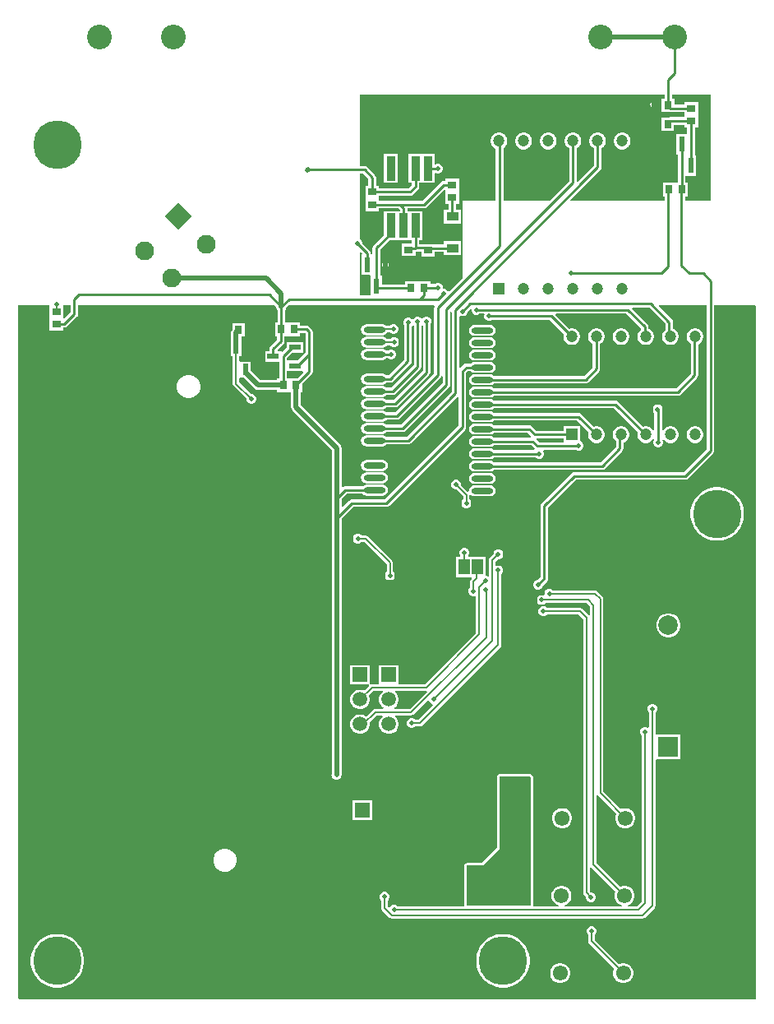
<source format=gbl>
G04*
G04 #@! TF.GenerationSoftware,Altium Limited,Altium Designer,23.6.0 (18)*
G04*
G04 Layer_Physical_Order=2*
G04 Layer_Color=16711680*
%FSLAX44Y44*%
%MOMM*%
G71*
G04*
G04 #@! TF.SameCoordinates,A28E5885-0542-4C94-BDD8-BFCE9456E40A*
G04*
G04*
G04 #@! TF.FilePolarity,Positive*
G04*
G01*
G75*
%ADD10C,0.2500*%
%ADD11C,0.5000*%
%ADD14C,0.2540*%
%ADD17R,1.1500X0.6000*%
%ADD24R,0.8000X0.9000*%
%ADD25R,0.9000X0.8000*%
%ADD63C,2.0000*%
%ADD64R,2.0000X2.0000*%
%ADD65C,1.5500*%
%ADD66R,1.5500X1.5500*%
%ADD69C,0.1520*%
%ADD71R,1.5000X1.5000*%
%ADD72C,1.5000*%
%ADD73R,1.2002X1.2002*%
%ADD74C,1.2002*%
%ADD75R,1.5000X1.5000*%
%ADD76P,2.7577X4X360.0*%
%ADD77C,1.9500*%
%ADD78C,2.5500*%
%ADD79C,5.0000*%
%ADD80C,0.5000*%
%ADD81R,0.9000X0.8000*%
%ADD82R,1.2200X0.9100*%
%ADD83R,0.6000X1.6000*%
%ADD84O,2.2500X0.6000*%
%ADD85R,0.9000X2.5000*%
%ADD86R,0.8000X0.9000*%
%ADD87R,1.1684X1.6002*%
%ADD88R,0.6000X1.1500*%
G36*
X952000Y994500D02*
X925385D01*
Y999460D01*
X928540D01*
Y1013540D01*
X925885D01*
Y1019221D01*
X925960Y1020460D01*
X937040D01*
Y1041540D01*
X935385D01*
Y1070460D01*
X938790D01*
Y1083460D01*
Y1096540D01*
X924710D01*
Y1093885D01*
X914540D01*
Y1100040D01*
X911885D01*
Y1103750D01*
X952000D01*
Y994500D01*
D02*
G37*
G36*
X904115Y1100040D02*
X901460D01*
Y1085960D01*
X914540D01*
Y1086115D01*
X924710D01*
Y1080885D01*
X910500D01*
X909013Y1080589D01*
X908940Y1080540D01*
X900960D01*
Y1066460D01*
X914040D01*
Y1073115D01*
X924710D01*
Y1070460D01*
X927615D01*
Y1064779D01*
X927540Y1063540D01*
X916460D01*
Y1042460D01*
X918115D01*
Y1013540D01*
X902460D01*
Y999460D01*
X904386D01*
Y994500D01*
X807729D01*
X807243Y995673D01*
X838087Y1026517D01*
X838929Y1027777D01*
X839225Y1029264D01*
Y1048741D01*
X840584Y1049526D01*
X842174Y1051116D01*
X843299Y1053063D01*
X843881Y1055236D01*
Y1057484D01*
X843299Y1059657D01*
X842174Y1061604D01*
X840584Y1063194D01*
X838636Y1064319D01*
X836464Y1064901D01*
X834216D01*
X832043Y1064319D01*
X830096Y1063194D01*
X828506Y1061604D01*
X827381Y1059657D01*
X826799Y1057484D01*
Y1055236D01*
X827381Y1053063D01*
X828506Y1051116D01*
X830096Y1049526D01*
X831455Y1048741D01*
Y1030873D01*
X815074Y1014492D01*
X813804Y1015018D01*
Y1048729D01*
X815184Y1049526D01*
X816774Y1051116D01*
X817899Y1053063D01*
X818481Y1055236D01*
Y1057484D01*
X817899Y1059657D01*
X816774Y1061604D01*
X815184Y1063194D01*
X813236Y1064319D01*
X811064Y1064901D01*
X808816D01*
X806643Y1064319D01*
X804696Y1063194D01*
X803106Y1061604D01*
X801981Y1059657D01*
X801399Y1057484D01*
Y1055236D01*
X801981Y1053063D01*
X803106Y1051116D01*
X804696Y1049526D01*
X806076Y1048729D01*
Y1015041D01*
X785535Y994500D01*
X738114D01*
Y1049024D01*
X738984Y1049526D01*
X740574Y1051116D01*
X741699Y1053063D01*
X742281Y1055236D01*
Y1057484D01*
X741699Y1059657D01*
X740574Y1061604D01*
X738984Y1063194D01*
X737037Y1064319D01*
X734864Y1064901D01*
X732616D01*
X730443Y1064319D01*
X728496Y1063194D01*
X726906Y1061604D01*
X725781Y1059657D01*
X725199Y1057484D01*
Y1055236D01*
X725781Y1053063D01*
X726906Y1051116D01*
X728496Y1049526D01*
X730386Y1048435D01*
Y994500D01*
X696500D01*
Y915715D01*
X682378Y901593D01*
X681132Y901841D01*
X681023Y902105D01*
X679605Y903523D01*
X677753Y904290D01*
X676963D01*
X675790Y904498D01*
X675790Y905463D01*
Y906503D01*
X675023Y908355D01*
X673605Y909773D01*
X671752Y910540D01*
X669747D01*
X667895Y909773D01*
X667507Y909385D01*
X662790D01*
Y912040D01*
X636710D01*
Y908885D01*
X612790D01*
Y917540D01*
X611135D01*
Y944721D01*
X620554Y954140D01*
X643615D01*
Y950840D01*
X633510D01*
Y937760D01*
X647590D01*
Y942083D01*
X648987Y942361D01*
X649412Y942645D01*
X653510D01*
Y937260D01*
X667590D01*
Y942065D01*
X677060D01*
Y938860D01*
X694340D01*
Y953040D01*
X677060D01*
Y949835D01*
X667590D01*
Y950340D01*
X658195D01*
X657820Y950415D01*
X651385D01*
Y954140D01*
X654540D01*
Y984220D01*
X639435D01*
Y986915D01*
X656550D01*
X658037Y987211D01*
X659297Y988053D01*
X677337Y1006093D01*
X678510Y1005607D01*
Y991760D01*
X681665D01*
Y985740D01*
X677060D01*
Y971560D01*
X694340D01*
Y985740D01*
X689435D01*
Y991760D01*
X692590D01*
Y1004760D01*
Y1017840D01*
X678510D01*
Y1015185D01*
X677050D01*
X675563Y1014889D01*
X674303Y1014047D01*
X654941Y994685D01*
X610090D01*
Y999915D01*
X642050D01*
X643537Y1000211D01*
X644797Y1001053D01*
X650247Y1006503D01*
X651089Y1007763D01*
X651385Y1009250D01*
Y1013140D01*
X667240D01*
Y1022723D01*
X668510Y1023473D01*
X669747Y1022960D01*
X671752D01*
X673605Y1023727D01*
X675023Y1025145D01*
X675790Y1026998D01*
Y1029003D01*
X675023Y1030855D01*
X673605Y1032273D01*
X671752Y1033040D01*
X669747D01*
X668510Y1032527D01*
X667240Y1033277D01*
Y1043220D01*
X640460D01*
Y1013140D01*
X643615D01*
Y1010859D01*
X640441Y1007685D01*
X610090D01*
Y1010340D01*
X606935D01*
Y1018700D01*
X606639Y1020187D01*
X605797Y1021447D01*
X597747Y1029497D01*
X596487Y1030339D01*
X595000Y1030635D01*
X590000D01*
Y1103750D01*
X904115D01*
Y1100040D01*
D02*
G37*
G36*
X599165Y1017091D02*
Y1010340D01*
X596010D01*
Y997260D01*
Y984260D01*
X610090D01*
Y986915D01*
X630441D01*
X631665Y985691D01*
Y984220D01*
X615060D01*
Y959634D01*
X604503Y949077D01*
X603661Y947817D01*
X603365Y946330D01*
Y940779D01*
X603290Y939540D01*
X601635D01*
Y940872D01*
X601339Y942359D01*
X600497Y943619D01*
X593108Y951008D01*
Y951557D01*
X592341Y953409D01*
X590923Y954827D01*
X590000Y955209D01*
Y1022865D01*
X593391D01*
X599165Y1017091D01*
D02*
G37*
G36*
X592614Y940515D02*
X592210Y939540D01*
X592210D01*
Y918460D01*
X600865D01*
X601710Y917540D01*
Y897364D01*
X590000D01*
Y941469D01*
X591173Y941955D01*
X592614Y940515D01*
D02*
G37*
G36*
X292136Y879851D02*
X285963Y873678D01*
X284790Y874164D01*
Y887500D01*
X292136D01*
Y879851D01*
D02*
G37*
G36*
X534136Y858399D02*
Y838491D01*
X526315Y830670D01*
X515364D01*
Y833289D01*
X520665Y838590D01*
X531780D01*
Y849670D01*
X515200D01*
Y844055D01*
X510453Y839308D01*
X509280Y839794D01*
Y840170D01*
X505931D01*
X505405Y841440D01*
X511482Y847517D01*
X511482Y847518D01*
X512320Y848771D01*
X512614Y850250D01*
X512614Y850250D01*
Y855460D01*
X528790D01*
Y858636D01*
X533899D01*
X534136Y858399D01*
D02*
G37*
G36*
X531908Y818373D02*
X525575Y812040D01*
X515364D01*
Y819590D01*
X531329D01*
X531908Y818373D01*
D02*
G37*
G36*
X667348Y886230D02*
X667180Y885979D01*
X666886Y884500D01*
Y817101D01*
X627149Y777364D01*
X617490D01*
X615912Y778419D01*
X613750Y778848D01*
X597250D01*
X595088Y778419D01*
X593256Y777194D01*
X592032Y775362D01*
X591601Y773200D01*
X592032Y771038D01*
X593256Y769206D01*
X595088Y767981D01*
X597250Y767551D01*
X613750D01*
X615912Y767981D01*
X617744Y769206D01*
X618031Y769636D01*
X628750D01*
X630229Y769930D01*
X631482Y770768D01*
X673482Y812768D01*
X674320Y814021D01*
X674366Y814251D01*
X675636Y814126D01*
Y807101D01*
X632899Y764364D01*
X617831D01*
X617744Y764494D01*
X615912Y765719D01*
X613750Y766149D01*
X597250D01*
X595088Y765719D01*
X593256Y764494D01*
X592032Y762662D01*
X591601Y760500D01*
X592032Y758338D01*
X593256Y756506D01*
X595088Y755281D01*
X597250Y754852D01*
X613750D01*
X615912Y755281D01*
X617744Y756506D01*
X617831Y756636D01*
X634500D01*
X635979Y756930D01*
X637232Y757768D01*
X682232Y802768D01*
X683070Y804021D01*
X683364Y805500D01*
Y880352D01*
X683595Y880506D01*
X684865Y879827D01*
Y798109D01*
X638441Y751685D01*
X617817D01*
X617744Y751794D01*
X615912Y753019D01*
X613750Y753448D01*
X597250D01*
X595088Y753019D01*
X593256Y751794D01*
X592032Y749962D01*
X591601Y747800D01*
X592032Y745638D01*
X593256Y743806D01*
X595088Y742581D01*
X597250Y742151D01*
X613750D01*
X615912Y742581D01*
X617744Y743806D01*
X617817Y743915D01*
X640050D01*
X641537Y744211D01*
X642797Y745053D01*
X690866Y793122D01*
X692136Y792596D01*
Y763351D01*
X616149Y687364D01*
X581750D01*
X580271Y687070D01*
X579018Y686232D01*
X579017Y686232D01*
X572812Y680027D01*
X571639Y680513D01*
Y687924D01*
X576851Y693136D01*
X593169D01*
X593256Y693006D01*
X595088Y691781D01*
X597250Y691351D01*
X613750D01*
X615912Y691781D01*
X617744Y693006D01*
X618969Y694838D01*
X619398Y697000D01*
X618969Y699162D01*
X617744Y700994D01*
X615912Y702219D01*
X613750Y702648D01*
X597250D01*
X595088Y702219D01*
X593256Y700994D01*
X593169Y700864D01*
X575250D01*
X575250Y700864D01*
X573771Y700570D01*
X572909Y699994D01*
X571692Y700507D01*
X571639Y700556D01*
Y740250D01*
X571248Y742216D01*
X570134Y743884D01*
X529639Y784379D01*
Y797960D01*
X531040D01*
Y806575D01*
X540732Y816267D01*
X540732Y816267D01*
X541570Y817521D01*
X541864Y819000D01*
Y860000D01*
X541570Y861479D01*
X540732Y862732D01*
X538232Y865232D01*
X536979Y866070D01*
X535500Y866364D01*
X528790D01*
Y869540D01*
X513114D01*
Y882212D01*
X513998Y883533D01*
X514308Y885093D01*
X516715Y887500D01*
X666669D01*
X667348Y886230D01*
D02*
G37*
G36*
X998250D02*
Y172500D01*
X239500D01*
X238500Y173500D01*
X238500Y887500D01*
X270710D01*
Y874460D01*
Y861460D01*
X284790D01*
Y864136D01*
X285750D01*
X287229Y864430D01*
X288482Y865268D01*
X298732Y875518D01*
X298732Y875518D01*
X299570Y876771D01*
X299864Y878250D01*
Y887500D01*
X502035Y887500D01*
X504130Y885405D01*
X504502Y883533D01*
X505386Y882212D01*
Y869540D01*
X502710D01*
Y855460D01*
X504886D01*
Y851851D01*
X498258Y845222D01*
X497420Y843969D01*
X497126Y842490D01*
Y840170D01*
X492700D01*
Y829090D01*
X507636D01*
Y812040D01*
X504960D01*
Y810139D01*
X487738D01*
X477910Y819967D01*
Y829280D01*
X467505D01*
X466830Y829280D01*
X466235Y830303D01*
Y835200D01*
X468410D01*
Y851780D01*
X468009D01*
Y854960D01*
X471790D01*
Y869040D01*
X458710D01*
Y861966D01*
X458122Y861087D01*
X457731Y859120D01*
Y851780D01*
X457330D01*
Y835200D01*
X459505D01*
Y806380D01*
X459505Y806380D01*
X459762Y805092D01*
X460491Y804001D01*
X473460Y791032D01*
Y789747D01*
X474227Y787895D01*
X475645Y786477D01*
X477497Y785710D01*
X479502D01*
X481355Y786477D01*
X482773Y787895D01*
X483540Y789747D01*
Y791752D01*
X482773Y793605D01*
X481355Y795023D01*
X479502Y795790D01*
X478218D01*
X466235Y807774D01*
Y811677D01*
X466830Y812700D01*
X467505Y812700D01*
X470643D01*
X481976Y801366D01*
X483643Y800252D01*
X485610Y799861D01*
X504960D01*
Y797960D01*
X519361D01*
Y782250D01*
X519753Y780284D01*
X520866Y778616D01*
X561361Y738121D01*
Y688250D01*
Y668250D01*
Y405118D01*
X561210Y404753D01*
Y404246D01*
X561111Y403750D01*
X561210Y403254D01*
Y402747D01*
X561404Y402280D01*
X561502Y401783D01*
X561784Y401363D01*
X561977Y400895D01*
X562335Y400537D01*
X562616Y400116D01*
X563037Y399835D01*
X563395Y399477D01*
X563863Y399284D01*
X564283Y399002D01*
X564780Y398904D01*
X565247Y398710D01*
X565754D01*
X566250Y398611D01*
X566746Y398710D01*
X567253D01*
X567720Y398904D01*
X568217Y399002D01*
X568637Y399284D01*
X569105Y399477D01*
X569463Y399835D01*
X569884Y400116D01*
X570134Y400366D01*
X570415Y400787D01*
X570523Y400895D01*
X570581Y401036D01*
X571248Y402034D01*
X571639Y404000D01*
Y667924D01*
X583351Y679636D01*
X617750D01*
X619229Y679930D01*
X620482Y680768D01*
X698732Y759018D01*
X699570Y760271D01*
X699864Y761750D01*
Y817649D01*
X701751Y819536D01*
X704169D01*
X704256Y819406D01*
X706088Y818181D01*
X708250Y817751D01*
X724750D01*
X726912Y818181D01*
X728744Y819406D01*
X729968Y821238D01*
X730398Y823400D01*
X729968Y825562D01*
X728744Y827394D01*
X726912Y828619D01*
X724750Y829048D01*
X708250D01*
X706088Y828619D01*
X704256Y827394D01*
X704169Y827264D01*
X700150D01*
X700150Y827264D01*
X698671Y826970D01*
X697418Y826132D01*
X697418Y826132D01*
X693905Y822619D01*
X692635Y823146D01*
Y875578D01*
X693905Y876413D01*
X694997Y875960D01*
X697002D01*
X698855Y876727D01*
X700273Y878145D01*
X701040Y879997D01*
Y880546D01*
X703940Y883446D01*
X705210Y882920D01*
Y881497D01*
X705977Y879645D01*
X707395Y878227D01*
X709248Y877460D01*
X711253D01*
X713105Y878227D01*
X713493Y878615D01*
X718014D01*
X718720Y877559D01*
X718568Y877193D01*
Y875188D01*
X719335Y873335D01*
X720753Y871917D01*
X722605Y871150D01*
X724610D01*
X726463Y871917D01*
X726851Y872305D01*
X785971D01*
X800536Y857741D01*
X800129Y856224D01*
Y853976D01*
X800711Y851803D01*
X801836Y849856D01*
X803426Y848266D01*
X805373Y847141D01*
X807546Y846559D01*
X809794D01*
X811966Y847141D01*
X813914Y848266D01*
X815504Y849856D01*
X816629Y851803D01*
X817211Y853976D01*
Y856224D01*
X816629Y858397D01*
X815504Y860344D01*
X813914Y861934D01*
X811966Y863059D01*
X809794Y863641D01*
X807546D01*
X806029Y863234D01*
X791822Y877442D01*
X792308Y878615D01*
X864891D01*
X880107Y863399D01*
X880019Y862161D01*
X879626Y861934D01*
X878036Y860344D01*
X876911Y858397D01*
X876329Y856224D01*
Y853976D01*
X876911Y851803D01*
X878036Y849856D01*
X879626Y848266D01*
X881573Y847141D01*
X883746Y846559D01*
X885994D01*
X888167Y847141D01*
X890114Y848266D01*
X891704Y849856D01*
X892829Y851803D01*
X893411Y853976D01*
Y856224D01*
X892829Y858397D01*
X891704Y860344D01*
X890114Y861934D01*
X888167Y863059D01*
X887885Y863134D01*
Y865000D01*
X887589Y866487D01*
X886747Y867747D01*
X870552Y883942D01*
X871038Y885115D01*
X888391D01*
X905115Y868391D01*
Y861986D01*
X905026Y861934D01*
X903436Y860344D01*
X902311Y858397D01*
X901729Y856224D01*
Y853976D01*
X902311Y851803D01*
X903436Y849856D01*
X905026Y848266D01*
X906973Y847141D01*
X909146Y846559D01*
X911394D01*
X913567Y847141D01*
X915514Y848266D01*
X917104Y849856D01*
X918229Y851803D01*
X918811Y853976D01*
Y856224D01*
X918229Y858397D01*
X917104Y860344D01*
X915514Y861934D01*
X913567Y863059D01*
X912885Y863241D01*
Y870000D01*
X912589Y871487D01*
X911747Y872747D01*
X898167Y886327D01*
X898653Y887500D01*
X947865D01*
Y739359D01*
X923891Y715385D01*
X811250D01*
X809763Y715089D01*
X808503Y714247D01*
X777503Y683247D01*
X776661Y681987D01*
X776365Y680500D01*
Y607551D01*
X773355Y604540D01*
X772806D01*
X770953Y603773D01*
X769536Y602355D01*
X768768Y600503D01*
Y598498D01*
X769536Y596645D01*
X770953Y595227D01*
X772806Y594460D01*
X774811D01*
X776663Y595227D01*
X778081Y596645D01*
X778848Y598498D01*
Y599046D01*
X782997Y603195D01*
X783839Y604455D01*
X784135Y605942D01*
Y678891D01*
X812859Y707615D01*
X925500D01*
X926987Y707911D01*
X928247Y708753D01*
X954497Y735003D01*
X955339Y736263D01*
X955635Y737750D01*
Y887500D01*
X997084D01*
X998250Y886230D01*
D02*
G37*
%LPC*%
G36*
X893250Y1097635D02*
X891763Y1097339D01*
X890503Y1096497D01*
X889661Y1095237D01*
X889365Y1093750D01*
X889661Y1092263D01*
X890503Y1091003D01*
X891253Y1090253D01*
X891253Y1090253D01*
X892513Y1089411D01*
X894000Y1089115D01*
X895487Y1089411D01*
X896747Y1090253D01*
X897589Y1091513D01*
X897885Y1093000D01*
X897589Y1094487D01*
X896747Y1095747D01*
X895997Y1096497D01*
X894737Y1097339D01*
X893250Y1097635D01*
D02*
G37*
G36*
X861864Y1064901D02*
X859616D01*
X857443Y1064319D01*
X855496Y1063194D01*
X853906Y1061604D01*
X852781Y1059657D01*
X852199Y1057484D01*
Y1055236D01*
X852781Y1053063D01*
X853906Y1051116D01*
X855496Y1049526D01*
X857443Y1048401D01*
X859616Y1047819D01*
X861864D01*
X864036Y1048401D01*
X865984Y1049526D01*
X867574Y1051116D01*
X868699Y1053063D01*
X869281Y1055236D01*
Y1057484D01*
X868699Y1059657D01*
X867574Y1061604D01*
X865984Y1063194D01*
X864036Y1064319D01*
X861864Y1064901D01*
D02*
G37*
G36*
X785664D02*
X783416D01*
X781243Y1064319D01*
X779296Y1063194D01*
X777706Y1061604D01*
X776581Y1059657D01*
X775999Y1057484D01*
Y1055236D01*
X776581Y1053063D01*
X777706Y1051116D01*
X779296Y1049526D01*
X781243Y1048401D01*
X783416Y1047819D01*
X785664D01*
X787837Y1048401D01*
X789784Y1049526D01*
X791374Y1051116D01*
X792499Y1053063D01*
X793081Y1055236D01*
Y1057484D01*
X792499Y1059657D01*
X791374Y1061604D01*
X789784Y1063194D01*
X787837Y1064319D01*
X785664Y1064901D01*
D02*
G37*
G36*
X760264D02*
X758016D01*
X755843Y1064319D01*
X753896Y1063194D01*
X752306Y1061604D01*
X751181Y1059657D01*
X750599Y1057484D01*
Y1055236D01*
X751181Y1053063D01*
X752306Y1051116D01*
X753896Y1049526D01*
X755843Y1048401D01*
X758016Y1047819D01*
X760264D01*
X762437Y1048401D01*
X764384Y1049526D01*
X765974Y1051116D01*
X767099Y1053063D01*
X767681Y1055236D01*
Y1057484D01*
X767099Y1059657D01*
X765974Y1061604D01*
X764384Y1063194D01*
X762437Y1064319D01*
X760264Y1064901D01*
D02*
G37*
G36*
X629140Y1043220D02*
X615060D01*
Y1013140D01*
X629140D01*
Y1043220D01*
D02*
G37*
G36*
X616250Y932615D02*
X614962Y932358D01*
X613871Y931629D01*
X613142Y930538D01*
X612885Y929250D01*
X613142Y927962D01*
X613871Y926871D01*
X614121Y926621D01*
X615212Y925891D01*
X616500Y925635D01*
X616750D01*
X618037Y925891D01*
X619129Y926621D01*
X619859Y927712D01*
X620115Y929000D01*
X619859Y930288D01*
X619129Y931379D01*
X618037Y932109D01*
X617858Y932144D01*
X617538Y932358D01*
X616250Y932615D01*
D02*
G37*
G36*
X660003Y875790D02*
X657998D01*
X656145Y875023D01*
X655080Y873957D01*
X654540Y873650D01*
X653476Y873902D01*
X652605Y874773D01*
X650752Y875540D01*
X648747D01*
X646895Y874773D01*
X645477Y873355D01*
X645340Y873022D01*
X643860Y872768D01*
X642980Y873648D01*
X641127Y874415D01*
X639123D01*
X637270Y873648D01*
X635852Y872230D01*
X635085Y870378D01*
Y868372D01*
X635852Y866520D01*
X635865Y866507D01*
Y831109D01*
X619941Y815185D01*
X617817D01*
X617744Y815294D01*
X615912Y816519D01*
X613750Y816948D01*
X597250D01*
X595088Y816519D01*
X593256Y815294D01*
X592032Y813462D01*
X591601Y811300D01*
X592032Y809138D01*
X593256Y807306D01*
X595088Y806081D01*
X597250Y805651D01*
X613750D01*
X615912Y806081D01*
X617744Y807306D01*
X617817Y807415D01*
X621550D01*
X623037Y807711D01*
X624297Y808553D01*
X642497Y826753D01*
X643339Y828013D01*
X643635Y829500D01*
Y865757D01*
X644398Y866520D01*
X645702Y866350D01*
X645865Y866266D01*
Y825609D01*
X622741Y802485D01*
X617817D01*
X617744Y802594D01*
X615912Y803819D01*
X613750Y804249D01*
X597250D01*
X595088Y803819D01*
X593256Y802594D01*
X592032Y800762D01*
X591601Y798600D01*
X592032Y796438D01*
X593256Y794606D01*
X595088Y793381D01*
X597250Y792952D01*
X613750D01*
X615912Y793381D01*
X617744Y794606D01*
X617817Y794715D01*
X624350D01*
X625837Y795011D01*
X627097Y795853D01*
X652497Y821253D01*
X653339Y822513D01*
X653635Y824000D01*
Y866244D01*
X653845Y866457D01*
X655096Y865941D01*
X655115Y865913D01*
Y819859D01*
X625041Y789785D01*
X617817D01*
X617744Y789894D01*
X615912Y791119D01*
X613750Y791548D01*
X597250D01*
X595088Y791119D01*
X593256Y789894D01*
X592032Y788062D01*
X591601Y785900D01*
X592032Y783738D01*
X593256Y781906D01*
X595088Y780681D01*
X597250Y780251D01*
X613750D01*
X615912Y780681D01*
X617744Y781906D01*
X617817Y782015D01*
X626650D01*
X628137Y782311D01*
X629397Y783153D01*
X661747Y815503D01*
X662589Y816763D01*
X662885Y818250D01*
Y867507D01*
X663273Y867895D01*
X664040Y869747D01*
Y871752D01*
X663273Y873605D01*
X661855Y875023D01*
X660003Y875790D01*
D02*
G37*
G36*
X625966Y867897D02*
X623961D01*
X622109Y867130D01*
X620822Y865843D01*
X617912D01*
X617744Y866094D01*
X615912Y867319D01*
X613750Y867748D01*
X597250D01*
X595088Y867319D01*
X593256Y866094D01*
X592032Y864262D01*
X591601Y862100D01*
X592032Y859938D01*
X593256Y858106D01*
X595088Y856881D01*
X597250Y856451D01*
X613750D01*
X615912Y856881D01*
X617744Y858106D01*
X618418Y859114D01*
X621579D01*
X622109Y858584D01*
X623961Y857817D01*
X625966D01*
X627818Y858584D01*
X629236Y860002D01*
X630004Y861854D01*
Y863859D01*
X629236Y865712D01*
X627818Y867130D01*
X625966Y867897D01*
D02*
G37*
G36*
X613750Y855049D02*
X597250D01*
X595088Y854619D01*
X593256Y853394D01*
X592032Y851562D01*
X591601Y849400D01*
X592032Y847238D01*
X593256Y845406D01*
X595088Y844181D01*
X597250Y843752D01*
X613750D01*
X615912Y844181D01*
X617744Y845406D01*
X618198Y846085D01*
X621787D01*
X622645Y845227D01*
X624497Y844460D01*
X626502D01*
X628355Y845227D01*
X629773Y846645D01*
X630540Y848497D01*
Y850502D01*
X629773Y852355D01*
X628355Y853773D01*
X626502Y854540D01*
X624497D01*
X622645Y853773D01*
X621687Y852815D01*
X618131D01*
X617744Y853394D01*
X615912Y854619D01*
X613750Y855049D01*
D02*
G37*
G36*
Y842348D02*
X597250D01*
X595088Y841919D01*
X593256Y840694D01*
X592032Y838862D01*
X591601Y836700D01*
X592032Y834538D01*
X593256Y832706D01*
X595088Y831481D01*
X597250Y831051D01*
X613750D01*
X615912Y831481D01*
X617744Y832706D01*
X617817Y832815D01*
X619307D01*
X619645Y832477D01*
X621497Y831710D01*
X623503D01*
X625355Y832477D01*
X626773Y833895D01*
X627540Y835748D01*
Y837753D01*
X626773Y839605D01*
X625355Y841023D01*
X623503Y841790D01*
X621497D01*
X619645Y841023D01*
X619207Y840585D01*
X617817D01*
X617744Y840694D01*
X615912Y841919D01*
X613750Y842348D01*
D02*
G37*
G36*
Y728048D02*
X597250D01*
X595088Y727619D01*
X593256Y726394D01*
X592032Y724562D01*
X591601Y722400D01*
X592032Y720238D01*
X593256Y718406D01*
X595088Y717181D01*
X597250Y716751D01*
X613750D01*
X615912Y717181D01*
X617744Y718406D01*
X618969Y720238D01*
X619398Y722400D01*
X618969Y724562D01*
X617744Y726394D01*
X615912Y727619D01*
X613750Y728048D01*
D02*
G37*
G36*
Y715349D02*
X597250D01*
X595088Y714919D01*
X593256Y713694D01*
X592032Y711862D01*
X591601Y709700D01*
X592032Y707538D01*
X593256Y705706D01*
X595088Y704481D01*
X597250Y704052D01*
X613750D01*
X615912Y704481D01*
X617744Y705706D01*
X618969Y707538D01*
X619398Y709700D01*
X618969Y711862D01*
X617744Y713694D01*
X615912Y714919D01*
X613750Y715349D01*
D02*
G37*
G36*
X724750Y867149D02*
X708250D01*
X706088Y866719D01*
X704256Y865494D01*
X703031Y863662D01*
X702601Y861500D01*
X703031Y859338D01*
X704256Y857506D01*
X706088Y856281D01*
X708250Y855852D01*
X724750D01*
X726912Y856281D01*
X728744Y857506D01*
X729968Y859338D01*
X730398Y861500D01*
X729968Y863662D01*
X728744Y865494D01*
X726912Y866719D01*
X724750Y867149D01*
D02*
G37*
G36*
X860594Y863641D02*
X858346D01*
X856173Y863059D01*
X854226Y861934D01*
X852636Y860344D01*
X851511Y858397D01*
X850929Y856224D01*
Y853976D01*
X851511Y851803D01*
X852636Y849856D01*
X854226Y848266D01*
X856173Y847141D01*
X858346Y846559D01*
X860594D01*
X862766Y847141D01*
X864714Y848266D01*
X866304Y849856D01*
X867429Y851803D01*
X868011Y853976D01*
Y856224D01*
X867429Y858397D01*
X866304Y860344D01*
X864714Y861934D01*
X862766Y863059D01*
X860594Y863641D01*
D02*
G37*
G36*
X724750Y854448D02*
X708250D01*
X706088Y854019D01*
X704256Y852794D01*
X703031Y850962D01*
X702601Y848800D01*
X703031Y846638D01*
X704256Y844806D01*
X706088Y843581D01*
X708250Y843151D01*
X724750D01*
X726912Y843581D01*
X728744Y844806D01*
X729968Y846638D01*
X730398Y848800D01*
X729968Y850962D01*
X728744Y852794D01*
X726912Y854019D01*
X724750Y854448D01*
D02*
G37*
G36*
Y841749D02*
X708250D01*
X706088Y841319D01*
X704256Y840094D01*
X703031Y838262D01*
X702601Y836100D01*
X703031Y833938D01*
X704256Y832106D01*
X706088Y830881D01*
X708250Y830452D01*
X724750D01*
X726912Y830881D01*
X728744Y832106D01*
X729968Y833938D01*
X730398Y836100D01*
X729968Y838262D01*
X728744Y840094D01*
X726912Y841319D01*
X724750Y841749D01*
D02*
G37*
G36*
X835194Y863641D02*
X832946D01*
X830773Y863059D01*
X828826Y861934D01*
X827236Y860344D01*
X826111Y858397D01*
X825529Y856224D01*
Y853976D01*
X826111Y851803D01*
X827236Y849856D01*
X828826Y848266D01*
X830185Y847481D01*
Y823429D01*
X821341Y814585D01*
X728817D01*
X728744Y814694D01*
X726912Y815919D01*
X724750Y816348D01*
X708250D01*
X706088Y815919D01*
X704256Y814694D01*
X703031Y812862D01*
X702601Y810700D01*
X703031Y808538D01*
X704256Y806706D01*
X706088Y805481D01*
X708250Y805051D01*
X724750D01*
X726912Y805481D01*
X728744Y806706D01*
X728817Y806815D01*
X822950D01*
X824437Y807111D01*
X825697Y807953D01*
X836817Y819073D01*
X837659Y820333D01*
X837955Y821820D01*
Y847481D01*
X839314Y848266D01*
X840904Y849856D01*
X842029Y851803D01*
X842611Y853976D01*
Y856224D01*
X842029Y858397D01*
X840904Y860344D01*
X839314Y861934D01*
X837366Y863059D01*
X835194Y863641D01*
D02*
G37*
G36*
X936794D02*
X934546D01*
X932373Y863059D01*
X930426Y861934D01*
X928836Y860344D01*
X927711Y858397D01*
X927129Y856224D01*
Y853976D01*
X927711Y851803D01*
X928836Y849856D01*
X930426Y848266D01*
X931136Y847856D01*
Y816601D01*
X916399Y801864D01*
X728831D01*
X728744Y801994D01*
X726912Y803219D01*
X724750Y803649D01*
X708250D01*
X706088Y803219D01*
X704256Y801994D01*
X703031Y800162D01*
X702601Y798000D01*
X703031Y795838D01*
X704256Y794006D01*
X706088Y792781D01*
X708250Y792352D01*
X724750D01*
X726912Y792781D01*
X728744Y794006D01*
X728831Y794136D01*
X918000D01*
X919479Y794430D01*
X920732Y795268D01*
X937732Y812268D01*
X938570Y813521D01*
X938864Y815000D01*
X938864Y815000D01*
Y847114D01*
X938967Y847141D01*
X940914Y848266D01*
X942504Y849856D01*
X943629Y851803D01*
X944211Y853976D01*
Y856224D01*
X943629Y858397D01*
X942504Y860344D01*
X940914Y861934D01*
X938967Y863059D01*
X936794Y863641D01*
D02*
G37*
G36*
X415328Y815490D02*
X412171D01*
X409122Y814673D01*
X406388Y813094D01*
X404156Y810862D01*
X402577Y808128D01*
X401760Y805079D01*
Y801921D01*
X402577Y798872D01*
X404156Y796138D01*
X406388Y793906D01*
X409122Y792327D01*
X412171Y791510D01*
X415328D01*
X418378Y792327D01*
X421112Y793906D01*
X423344Y796138D01*
X424923Y798872D01*
X425740Y801921D01*
Y805079D01*
X424923Y808128D01*
X423344Y810862D01*
X421112Y813094D01*
X418378Y814673D01*
X415328Y815490D01*
D02*
G37*
G36*
X724750Y765548D02*
X708250D01*
X706088Y765119D01*
X704256Y763894D01*
X703031Y762062D01*
X702601Y759900D01*
X703031Y757738D01*
X704256Y755906D01*
X706088Y754681D01*
X708250Y754251D01*
X724750D01*
X726912Y754681D01*
X728744Y755906D01*
X728831Y756036D01*
X763018D01*
X766699Y752355D01*
X766173Y751085D01*
X728817D01*
X728744Y751194D01*
X726912Y752419D01*
X724750Y752849D01*
X708250D01*
X706088Y752419D01*
X704256Y751194D01*
X703031Y749362D01*
X702601Y747200D01*
X703031Y745038D01*
X704256Y743206D01*
X706088Y741981D01*
X708250Y741552D01*
X724750D01*
X726912Y741981D01*
X728744Y743206D01*
X728817Y743315D01*
X766757D01*
X770320Y739753D01*
X770467Y739655D01*
X770082Y738385D01*
X728817D01*
X728744Y738494D01*
X726912Y739719D01*
X724750Y740148D01*
X708250D01*
X706088Y739719D01*
X704256Y738494D01*
X703031Y736662D01*
X702601Y734500D01*
X703031Y732338D01*
X704256Y730506D01*
X706088Y729281D01*
X708250Y728851D01*
X724750D01*
X726912Y729281D01*
X728744Y730506D01*
X728817Y730615D01*
X771627D01*
X772290Y729952D01*
X774143Y729185D01*
X776148D01*
X778000Y729952D01*
X779418Y731370D01*
X780185Y733222D01*
Y735227D01*
X779418Y737080D01*
X779152Y737345D01*
X779678Y738615D01*
X812507D01*
X812895Y738227D01*
X814747Y737460D01*
X816752D01*
X818605Y738227D01*
X820023Y739645D01*
X820790Y741497D01*
Y743503D01*
X820023Y745355D01*
X818605Y746773D01*
X817211Y747350D01*
Y762641D01*
X800129D01*
Y757964D01*
X772019D01*
X767351Y762632D01*
X766097Y763470D01*
X764618Y763764D01*
X728831D01*
X728744Y763894D01*
X726912Y765119D01*
X724750Y765548D01*
D02*
G37*
G36*
X936794Y762641D02*
X934546D01*
X932373Y762059D01*
X930426Y760934D01*
X928836Y759344D01*
X927711Y757397D01*
X927129Y755224D01*
Y752976D01*
X927711Y750803D01*
X928836Y748856D01*
X930426Y747266D01*
X932373Y746141D01*
X934546Y745559D01*
X936794D01*
X938967Y746141D01*
X940914Y747266D01*
X942504Y748856D01*
X943629Y750803D01*
X944211Y752976D01*
Y755224D01*
X943629Y757397D01*
X942504Y759344D01*
X940914Y760934D01*
X938967Y762059D01*
X936794Y762641D01*
D02*
G37*
G36*
X724750Y790948D02*
X708250D01*
X706088Y790519D01*
X704256Y789294D01*
X703031Y787462D01*
X702601Y785300D01*
X703031Y783138D01*
X704256Y781306D01*
X706088Y780081D01*
X708250Y779651D01*
X724750D01*
X726912Y780081D01*
X728744Y781306D01*
X728817Y781415D01*
X852061D01*
X876736Y756741D01*
X876329Y755224D01*
Y752976D01*
X876911Y750803D01*
X878036Y748856D01*
X879626Y747266D01*
X881573Y746141D01*
X883746Y745559D01*
X885994D01*
X888167Y746141D01*
X890114Y747266D01*
X891704Y748856D01*
X892058Y749470D01*
X893398Y749250D01*
X893477Y748855D01*
X892710Y747002D01*
Y744997D01*
X893477Y743145D01*
X894895Y741727D01*
X896748Y740960D01*
X898753D01*
X900605Y741727D01*
X902023Y743145D01*
X902790Y744997D01*
Y747002D01*
X902157Y748530D01*
X903299Y749093D01*
X903436Y748856D01*
X905026Y747266D01*
X906973Y746141D01*
X909146Y745559D01*
X911394D01*
X913567Y746141D01*
X915514Y747266D01*
X917104Y748856D01*
X918229Y750803D01*
X918811Y752976D01*
Y755224D01*
X918229Y757397D01*
X917104Y759344D01*
X915514Y760934D01*
X913567Y762059D01*
X911394Y762641D01*
X909146D01*
X906973Y762059D01*
X905026Y760934D01*
X903436Y759344D01*
X902905Y758424D01*
X901635Y758765D01*
Y777665D01*
X902290Y779248D01*
Y781253D01*
X901523Y783105D01*
X900105Y784523D01*
X898252Y785290D01*
X896247D01*
X894395Y784523D01*
X892977Y783105D01*
X892210Y781253D01*
Y779248D01*
X892977Y777395D01*
X893865Y776507D01*
Y758141D01*
X892595Y757801D01*
X891704Y759344D01*
X890114Y760934D01*
X888167Y762059D01*
X885994Y762641D01*
X883746D01*
X882229Y762234D01*
X856417Y788047D01*
X855156Y788889D01*
X853670Y789185D01*
X728817D01*
X728744Y789294D01*
X726912Y790519D01*
X724750Y790948D01*
D02*
G37*
G36*
Y778249D02*
X708250D01*
X706088Y777819D01*
X704256Y776594D01*
X703031Y774762D01*
X702601Y772600D01*
X703031Y770438D01*
X704256Y768606D01*
X706088Y767381D01*
X708250Y766952D01*
X724750D01*
X726912Y767381D01*
X728744Y768606D01*
X728831Y768736D01*
X813969D01*
X825942Y756764D01*
X825529Y755224D01*
Y752976D01*
X826111Y750803D01*
X827236Y748856D01*
X828826Y747266D01*
X830773Y746141D01*
X832946Y745559D01*
X835194D01*
X837366Y746141D01*
X839314Y747266D01*
X840904Y748856D01*
X842029Y750803D01*
X842611Y752976D01*
Y755224D01*
X842029Y757397D01*
X840904Y759344D01*
X839314Y760934D01*
X837366Y762059D01*
X835194Y762641D01*
X832946D01*
X831406Y762228D01*
X818302Y775332D01*
X817049Y776170D01*
X815570Y776464D01*
X728831D01*
X728744Y776594D01*
X726912Y777819D01*
X724750Y778249D01*
D02*
G37*
G36*
X860594Y762641D02*
X858346D01*
X856173Y762059D01*
X854226Y760934D01*
X852636Y759344D01*
X851511Y757397D01*
X850929Y755224D01*
Y752976D01*
X851511Y750803D01*
X852636Y748856D01*
X854115Y747376D01*
Y741359D01*
X838441Y725685D01*
X728817D01*
X728744Y725794D01*
X726912Y727019D01*
X724750Y727449D01*
X708250D01*
X706088Y727019D01*
X704256Y725794D01*
X703031Y723962D01*
X702601Y721800D01*
X703031Y719638D01*
X704256Y717806D01*
X706088Y716581D01*
X708250Y716152D01*
X724750D01*
X726912Y716581D01*
X728744Y717806D01*
X728817Y717915D01*
X840050D01*
X841537Y718211D01*
X842797Y719053D01*
X860747Y737003D01*
X861589Y738263D01*
X861885Y739750D01*
Y745905D01*
X862766Y746141D01*
X864714Y747266D01*
X866304Y748856D01*
X867429Y750803D01*
X868011Y752976D01*
Y755224D01*
X867429Y757397D01*
X866304Y759344D01*
X864714Y760934D01*
X862766Y762059D01*
X860594Y762641D01*
D02*
G37*
G36*
X724750Y714749D02*
X708250D01*
X706088Y714319D01*
X704256Y713094D01*
X703031Y711262D01*
X702601Y709100D01*
X703031Y706938D01*
X704256Y705106D01*
X706088Y703881D01*
X708250Y703452D01*
X724750D01*
X726912Y703881D01*
X728744Y705106D01*
X729968Y706938D01*
X730398Y709100D01*
X729968Y711262D01*
X728744Y713094D01*
X726912Y714319D01*
X724750Y714749D01*
D02*
G37*
G36*
X690502Y707540D02*
X688497D01*
X686645Y706773D01*
X685227Y705355D01*
X684460Y703503D01*
Y701497D01*
X685227Y699645D01*
X686645Y698227D01*
X688497Y697460D01*
X689782D01*
X696635Y690607D01*
Y687263D01*
X695727Y686355D01*
X694960Y684502D01*
Y682497D01*
X695727Y680645D01*
X697145Y679227D01*
X698997Y678460D01*
X701003D01*
X702855Y679227D01*
X704273Y680645D01*
X705040Y682497D01*
Y684502D01*
X704273Y686355D01*
X703365Y687263D01*
Y691590D01*
X703454Y691672D01*
X704433Y692155D01*
X704596Y692178D01*
X706088Y691181D01*
X708250Y690751D01*
X724750D01*
X726912Y691181D01*
X728744Y692406D01*
X729968Y694238D01*
X730398Y696400D01*
X729968Y698562D01*
X728744Y700394D01*
X726912Y701619D01*
X724750Y702048D01*
X708250D01*
X706088Y701619D01*
X704256Y700394D01*
X703031Y698562D01*
X702601Y696400D01*
X702712Y695842D01*
X701542Y695217D01*
X694540Y702219D01*
Y703503D01*
X693773Y705355D01*
X692355Y706773D01*
X690502Y707540D01*
D02*
G37*
G36*
X960667Y700040D02*
X956332D01*
X952051Y699362D01*
X947928Y698022D01*
X944066Y696054D01*
X940559Y693506D01*
X937494Y690441D01*
X934946Y686934D01*
X932978Y683072D01*
X931638Y678949D01*
X930960Y674668D01*
Y670332D01*
X931638Y666051D01*
X932978Y661928D01*
X934946Y658066D01*
X937494Y654559D01*
X940559Y651494D01*
X944066Y648946D01*
X947928Y646978D01*
X952051Y645638D01*
X956332Y644960D01*
X960667D01*
X964949Y645638D01*
X969072Y646978D01*
X972934Y648946D01*
X976441Y651494D01*
X979506Y654559D01*
X982054Y658066D01*
X984022Y661928D01*
X985362Y666051D01*
X986040Y670332D01*
Y674668D01*
X985362Y678949D01*
X984022Y683072D01*
X982054Y686934D01*
X979506Y690441D01*
X976441Y693506D01*
X972934Y696054D01*
X969072Y698022D01*
X964949Y699362D01*
X960667Y700040D01*
D02*
G37*
G36*
X589253Y652290D02*
X587248D01*
X585395Y651523D01*
X583977Y650105D01*
X583210Y648252D01*
Y646247D01*
X583977Y644395D01*
X585395Y642977D01*
X587248Y642210D01*
X589253D01*
X591105Y642977D01*
X591513Y643385D01*
X595106D01*
X617885Y620606D01*
Y613013D01*
X616977Y612105D01*
X616210Y610252D01*
Y608247D01*
X616977Y606395D01*
X618395Y604977D01*
X620247Y604210D01*
X622253D01*
X624105Y604977D01*
X625523Y606395D01*
X626290Y608247D01*
Y610252D01*
X625523Y612105D01*
X624615Y613013D01*
Y622000D01*
X624358Y623288D01*
X623629Y624379D01*
X623629Y624379D01*
X598879Y649129D01*
X597788Y649858D01*
X596500Y650115D01*
X596500Y650115D01*
X592513D01*
X591105Y651523D01*
X589253Y652290D01*
D02*
G37*
G36*
X786503Y595540D02*
X784498D01*
X782645Y594773D01*
X781227Y593355D01*
X780460Y591502D01*
Y589634D01*
X780025Y589160D01*
X779420Y588690D01*
X778877Y588915D01*
X776872D01*
X775020Y588148D01*
X773602Y586730D01*
X772835Y584878D01*
Y582873D01*
X773602Y581020D01*
X775020Y579602D01*
X776872Y578835D01*
X778877D01*
X780730Y579602D01*
X781638Y580510D01*
X824231D01*
X827385Y577356D01*
Y568535D01*
X826174Y568144D01*
X826115Y568143D01*
X819629Y574629D01*
X818538Y575359D01*
X817250Y575615D01*
X817250Y575615D01*
X783263D01*
X782355Y576523D01*
X780502Y577290D01*
X778497D01*
X776645Y576523D01*
X775227Y575105D01*
X774460Y573252D01*
Y571247D01*
X775227Y569395D01*
X776645Y567977D01*
X778497Y567210D01*
X780502D01*
X782355Y567977D01*
X783263Y568885D01*
X815856D01*
X820385Y564356D01*
Y282500D01*
X820385Y282500D01*
X820641Y281212D01*
X821371Y280121D01*
X823460Y278032D01*
Y276747D01*
X824227Y274895D01*
X825645Y273477D01*
X827497Y272710D01*
X829502D01*
X831355Y273477D01*
X832773Y274895D01*
X833540Y276747D01*
Y278752D01*
X832773Y280605D01*
X831355Y282023D01*
X829502Y282790D01*
X828218D01*
X827115Y283894D01*
Y308965D01*
X828325Y309356D01*
X828385Y309357D01*
X853726Y284016D01*
X853411Y283472D01*
X852710Y280855D01*
Y278145D01*
X853411Y275528D01*
X854766Y273182D01*
X856682Y271266D01*
X859028Y269911D01*
X860061Y269635D01*
X859894Y268365D01*
X801106D01*
X800939Y269635D01*
X801972Y269911D01*
X804318Y271266D01*
X806234Y273182D01*
X807589Y275528D01*
X808290Y278145D01*
Y280855D01*
X807589Y283472D01*
X806234Y285818D01*
X804318Y287734D01*
X801972Y289089D01*
X799355Y289790D01*
X796645D01*
X794028Y289089D01*
X791682Y287734D01*
X789766Y285818D01*
X788411Y283472D01*
X787710Y280855D01*
Y278145D01*
X788411Y275528D01*
X789766Y273182D01*
X791682Y271266D01*
X794028Y269911D01*
X795061Y269635D01*
X794894Y268365D01*
X769909D01*
X768840Y269500D01*
Y401284D01*
X768839Y401288D01*
X768840Y401292D01*
X768741Y401779D01*
X768643Y402275D01*
X768641Y402279D01*
X768640Y402282D01*
X768362Y402696D01*
X768081Y403116D01*
X768078Y403118D01*
X768076Y403121D01*
X767175Y404016D01*
X767172Y404018D01*
X767170Y404021D01*
X766756Y404295D01*
X766333Y404575D01*
X766330Y404576D01*
X766327Y404578D01*
X765838Y404672D01*
X765342Y404770D01*
X765338Y404769D01*
X765334Y404769D01*
X734235Y404590D01*
X733748Y404490D01*
X733259Y404393D01*
X733253Y404388D01*
X733245Y404387D01*
X732833Y404108D01*
X732419Y403831D01*
X732414Y403825D01*
X732408Y403821D01*
X732134Y403406D01*
X731857Y402991D01*
X731856Y402984D01*
X731852Y402977D01*
X731757Y402489D01*
X731660Y402000D01*
Y328823D01*
X715927Y313090D01*
X700500D01*
X699509Y312893D01*
X698669Y312331D01*
X698107Y311491D01*
X697910Y310500D01*
Y269500D01*
X696841Y268365D01*
X629513D01*
X628395Y269483D01*
X626542Y270250D01*
X624537D01*
X622685Y269483D01*
X621267Y268065D01*
X621197Y267897D01*
X619938Y267623D01*
X619115Y268350D01*
Y274737D01*
X620023Y275645D01*
X620790Y277498D01*
Y279503D01*
X620023Y281355D01*
X618605Y282773D01*
X616753Y283540D01*
X614748D01*
X612895Y282773D01*
X611477Y281355D01*
X610710Y279503D01*
Y277498D01*
X611477Y275645D01*
X612385Y274737D01*
Y266797D01*
X612385Y266797D01*
X612641Y265510D01*
X613371Y264418D01*
X620758Y257031D01*
X620758Y257031D01*
X621850Y256301D01*
X623137Y256045D01*
X881410D01*
X881410Y256045D01*
X882698Y256301D01*
X883789Y257031D01*
X893879Y267121D01*
X894609Y268212D01*
X894865Y269500D01*
X894865Y269500D01*
Y419290D01*
X895710Y420210D01*
X896135Y420210D01*
X920790D01*
Y445290D01*
X896135D01*
X895710Y445290D01*
X894865Y446210D01*
Y468237D01*
X895773Y469145D01*
X896540Y470998D01*
Y473003D01*
X895773Y474855D01*
X894355Y476273D01*
X892503Y477040D01*
X890498D01*
X888645Y476273D01*
X887227Y474855D01*
X886460Y473003D01*
Y470998D01*
X887227Y469145D01*
X888135Y468237D01*
Y452902D01*
X886962Y452416D01*
X886855Y452523D01*
X885003Y453290D01*
X882998D01*
X881145Y452523D01*
X879727Y451105D01*
X878960Y449253D01*
Y447248D01*
X879727Y445395D01*
X881135Y443987D01*
Y273144D01*
X876356Y268365D01*
X866106D01*
X865939Y269635D01*
X866972Y269911D01*
X869318Y271266D01*
X871234Y273182D01*
X872589Y275528D01*
X873290Y278145D01*
Y280855D01*
X872589Y283472D01*
X871234Y285818D01*
X869318Y287734D01*
X866972Y289089D01*
X864355Y289790D01*
X861645D01*
X859028Y289089D01*
X858484Y288775D01*
X834115Y313144D01*
Y382589D01*
X835385Y382975D01*
X835621Y382621D01*
X854475Y363766D01*
X854161Y363222D01*
X853460Y360605D01*
Y357896D01*
X854161Y355278D01*
X855516Y352932D01*
X857432Y351016D01*
X859778Y349661D01*
X862395Y348960D01*
X865105D01*
X867722Y349661D01*
X870068Y351016D01*
X871984Y352932D01*
X873339Y355278D01*
X874040Y357896D01*
Y360605D01*
X873339Y363222D01*
X871984Y365568D01*
X870068Y367484D01*
X867722Y368839D01*
X865105Y369540D01*
X862395D01*
X859778Y368839D01*
X859234Y368525D01*
X841365Y386394D01*
Y585250D01*
X841365Y585250D01*
X841108Y586538D01*
X840379Y587629D01*
X835129Y592879D01*
X834038Y593609D01*
X832750Y593865D01*
X832750Y593865D01*
X789263D01*
X788355Y594773D01*
X786503Y595540D01*
D02*
G37*
G36*
X909901Y570290D02*
X906599D01*
X903410Y569435D01*
X900550Y567785D01*
X898215Y565450D01*
X896565Y562590D01*
X895710Y559401D01*
Y556099D01*
X896565Y552910D01*
X898215Y550050D01*
X900550Y547715D01*
X903410Y546065D01*
X906599Y545210D01*
X909901D01*
X913090Y546065D01*
X915950Y547715D01*
X918285Y550050D01*
X919935Y552910D01*
X920790Y556099D01*
Y559401D01*
X919935Y562590D01*
X918285Y565450D01*
X915950Y567785D01*
X913090Y569435D01*
X909901Y570290D01*
D02*
G37*
G36*
X699003Y637540D02*
X696998D01*
X695145Y636773D01*
X693727Y635355D01*
X692960Y633503D01*
Y631497D01*
X693727Y629645D01*
X693811Y629561D01*
X693285Y628291D01*
X689368D01*
Y607209D01*
X705291D01*
X705777Y606036D01*
X705071Y605329D01*
X704342Y604238D01*
X704085Y602950D01*
X704085Y602950D01*
Y596763D01*
X703177Y595855D01*
X702410Y594002D01*
Y591997D01*
X703177Y590145D01*
X704595Y588727D01*
X706448Y587960D01*
X708453D01*
X708829Y588116D01*
X709885Y587411D01*
Y549894D01*
X657356Y497365D01*
X630290D01*
Y516940D01*
X610210D01*
Y497365D01*
X603000D01*
X601810Y497128D01*
X601664Y497140D01*
X600540Y497853D01*
Y516940D01*
X580460D01*
Y496860D01*
X599306D01*
X599832Y495590D01*
X594833Y490591D01*
X594375Y490856D01*
X591822Y491540D01*
X589178D01*
X586625Y490856D01*
X584335Y489534D01*
X582466Y487665D01*
X581144Y485375D01*
X580460Y482822D01*
Y480178D01*
X581144Y477625D01*
X582466Y475335D01*
X584335Y473466D01*
X586625Y472144D01*
X589178Y471460D01*
X591822D01*
X594375Y472144D01*
X596665Y473466D01*
X598534Y475335D01*
X599856Y477625D01*
X600540Y480178D01*
Y482822D01*
X599856Y485375D01*
X599591Y485833D01*
X604394Y490635D01*
X613678D01*
X613917Y489365D01*
X612216Y487665D01*
X610894Y485375D01*
X610210Y482822D01*
Y480178D01*
X610894Y477625D01*
X612216Y475335D01*
X614085Y473466D01*
X614659Y473135D01*
X614319Y471865D01*
X606250D01*
X606250Y471865D01*
X604962Y471609D01*
X603871Y470879D01*
X603871Y470879D01*
X596895Y463904D01*
X596665Y464134D01*
X594375Y465456D01*
X591822Y466140D01*
X589178D01*
X586625Y465456D01*
X584335Y464134D01*
X582466Y462265D01*
X581144Y459975D01*
X580460Y457422D01*
Y454778D01*
X581144Y452225D01*
X582466Y449935D01*
X584335Y448066D01*
X586625Y446744D01*
X589178Y446060D01*
X591822D01*
X594375Y446744D01*
X596665Y448066D01*
X598534Y449935D01*
X599856Y452225D01*
X600540Y454778D01*
Y457422D01*
X600411Y457903D01*
X607644Y465135D01*
X613437D01*
X613817Y463865D01*
X612216Y462265D01*
X610894Y459975D01*
X610210Y457422D01*
Y454778D01*
X610894Y452225D01*
X612216Y449935D01*
X614085Y448066D01*
X616375Y446744D01*
X618928Y446060D01*
X621572D01*
X624125Y446744D01*
X626415Y448066D01*
X628284Y449935D01*
X629606Y452225D01*
X630290Y454778D01*
Y457422D01*
X629606Y459975D01*
X628284Y462265D01*
X626683Y463865D01*
X627063Y465135D01*
X643250D01*
X643250Y465135D01*
X644538Y465392D01*
X645629Y466121D01*
X660287Y480778D01*
X661560Y480256D01*
X662227Y478645D01*
X663645Y477227D01*
X665256Y476560D01*
X665778Y475287D01*
X650856Y460365D01*
X647513D01*
X646605Y461273D01*
X644753Y462040D01*
X642747D01*
X640895Y461273D01*
X639477Y459855D01*
X638710Y458003D01*
Y455998D01*
X639477Y454145D01*
X640895Y452727D01*
X642747Y451960D01*
X644753D01*
X646605Y452727D01*
X647513Y453635D01*
X652250D01*
X652250Y453635D01*
X653538Y453891D01*
X654629Y454621D01*
X735129Y535121D01*
X735129Y535121D01*
X735859Y536212D01*
X736115Y537500D01*
Y610469D01*
X737132Y611486D01*
X737899Y613338D01*
Y615344D01*
X737132Y617196D01*
X735714Y618614D01*
X733862Y619381D01*
X731857D01*
X731171Y619097D01*
X730115Y619802D01*
Y623356D01*
X732718Y625960D01*
X734003D01*
X735855Y626727D01*
X737273Y628145D01*
X738040Y629997D01*
Y632002D01*
X737273Y633855D01*
X735855Y635273D01*
X734003Y636040D01*
X731998D01*
X730145Y635273D01*
X728727Y633855D01*
X727960Y632002D01*
Y630718D01*
X724371Y627129D01*
X723642Y626038D01*
X723385Y624750D01*
X723385Y624750D01*
Y609152D01*
X722115Y608329D01*
X721003Y608790D01*
X720102D01*
Y628291D01*
X702715D01*
X702189Y629561D01*
X702273Y629645D01*
X703040Y631497D01*
Y633503D01*
X702273Y635355D01*
X700855Y636773D01*
X699003Y637540D01*
D02*
G37*
G36*
X603040Y377540D02*
X582960D01*
Y357460D01*
X603040D01*
Y377540D01*
D02*
G37*
G36*
X800105Y369540D02*
X797395D01*
X794778Y368839D01*
X792432Y367484D01*
X790516Y365568D01*
X789161Y363222D01*
X788460Y360605D01*
Y357896D01*
X789161Y355278D01*
X790516Y352932D01*
X792432Y351016D01*
X794778Y349661D01*
X797395Y348960D01*
X800105D01*
X802722Y349661D01*
X805068Y351016D01*
X806984Y352932D01*
X808339Y355278D01*
X809040Y357896D01*
Y360605D01*
X808339Y363222D01*
X806984Y365568D01*
X805068Y367484D01*
X802722Y368839D01*
X800105Y369540D01*
D02*
G37*
G36*
X452828Y327990D02*
X449671D01*
X446622Y327173D01*
X443888Y325594D01*
X441656Y323362D01*
X440077Y320628D01*
X439260Y317579D01*
Y314422D01*
X440077Y311372D01*
X441656Y308638D01*
X443888Y306406D01*
X446622Y304827D01*
X449671Y304010D01*
X452828D01*
X455878Y304827D01*
X458612Y306406D01*
X460844Y308638D01*
X462423Y311372D01*
X463240Y314422D01*
Y317579D01*
X462423Y320628D01*
X460844Y323362D01*
X458612Y325594D01*
X455878Y327173D01*
X452828Y327990D01*
D02*
G37*
G36*
X830003Y248040D02*
X827998D01*
X826145Y247273D01*
X824727Y245855D01*
X823960Y244002D01*
Y241998D01*
X824727Y240145D01*
X825635Y239237D01*
Y232500D01*
X825635Y232500D01*
X825891Y231212D01*
X826621Y230121D01*
X852476Y204266D01*
X852161Y203722D01*
X851460Y201105D01*
Y198395D01*
X852161Y195778D01*
X853516Y193432D01*
X855432Y191516D01*
X857778Y190161D01*
X860395Y189460D01*
X863105D01*
X865722Y190161D01*
X868068Y191516D01*
X869984Y193432D01*
X871339Y195778D01*
X872040Y198395D01*
Y201105D01*
X871339Y203722D01*
X869984Y206068D01*
X868068Y207984D01*
X865722Y209339D01*
X863105Y210040D01*
X860395D01*
X857778Y209339D01*
X857234Y209024D01*
X832365Y233894D01*
Y239237D01*
X833273Y240145D01*
X834040Y241998D01*
Y244002D01*
X833273Y245855D01*
X831855Y247273D01*
X830003Y248040D01*
D02*
G37*
G36*
X798105Y210040D02*
X795395D01*
X792778Y209339D01*
X790432Y207984D01*
X788516Y206068D01*
X787161Y203722D01*
X786460Y201105D01*
Y198395D01*
X787161Y195778D01*
X788516Y193432D01*
X790432Y191516D01*
X792778Y190161D01*
X795395Y189460D01*
X798105D01*
X800722Y190161D01*
X803068Y191516D01*
X804984Y193432D01*
X806339Y195778D01*
X807040Y198395D01*
Y201105D01*
X806339Y203722D01*
X804984Y206068D01*
X803068Y207984D01*
X800722Y209339D01*
X798105Y210040D01*
D02*
G37*
G36*
X739918Y240040D02*
X735583D01*
X731301Y239362D01*
X727178Y238022D01*
X723316Y236054D01*
X719809Y233506D01*
X716744Y230441D01*
X714196Y226934D01*
X712228Y223072D01*
X710888Y218949D01*
X710210Y214667D01*
Y210333D01*
X710888Y206051D01*
X712228Y201928D01*
X714196Y198066D01*
X716744Y194559D01*
X719809Y191494D01*
X723316Y188946D01*
X727178Y186978D01*
X731301Y185638D01*
X735583Y184960D01*
X739918D01*
X744199Y185638D01*
X748322Y186978D01*
X752184Y188946D01*
X755691Y191494D01*
X758756Y194559D01*
X761304Y198066D01*
X763272Y201928D01*
X764612Y206051D01*
X765290Y210333D01*
Y214667D01*
X764612Y218949D01*
X763272Y223072D01*
X761304Y226934D01*
X758756Y230441D01*
X755691Y233506D01*
X752184Y236054D01*
X748322Y238022D01*
X744199Y239362D01*
X739918Y240040D01*
D02*
G37*
G36*
X280667D02*
X276332D01*
X272051Y239362D01*
X267928Y238022D01*
X264066Y236054D01*
X260559Y233506D01*
X257494Y230441D01*
X254946Y226934D01*
X252978Y223072D01*
X251638Y218949D01*
X250960Y214667D01*
Y210333D01*
X251638Y206051D01*
X252978Y201928D01*
X254946Y198066D01*
X257494Y194559D01*
X260559Y191494D01*
X264066Y188946D01*
X267928Y186978D01*
X272051Y185638D01*
X276332Y184960D01*
X280667D01*
X284949Y185638D01*
X289072Y186978D01*
X292934Y188946D01*
X296441Y191494D01*
X299506Y194559D01*
X302054Y198066D01*
X304022Y201928D01*
X305362Y206051D01*
X306040Y210333D01*
Y214667D01*
X305362Y218949D01*
X304022Y223072D01*
X302054Y226934D01*
X299506Y230441D01*
X296441Y233506D01*
X292934Y236054D01*
X289072Y238022D01*
X284949Y239362D01*
X280667Y240040D01*
D02*
G37*
%LPD*%
G36*
X800129Y746385D02*
X774675D01*
X772094Y748966D01*
X772620Y750236D01*
X800129D01*
Y746385D01*
D02*
G37*
G36*
X765330Y402133D02*
X765528Y402002D01*
X766072Y401462D01*
X766203Y401265D01*
X766250Y401033D01*
Y269500D01*
Y269500D01*
X700500D01*
Y310245D01*
X700542Y310458D01*
X700755Y310500D01*
X717000D01*
X734250Y327750D01*
Y401745D01*
X734292Y401958D01*
X734505Y402001D01*
X765098Y402178D01*
X765330Y402133D01*
D02*
G37*
G36*
X659477Y489485D02*
X641856Y471865D01*
X626181D01*
X625841Y473135D01*
X626415Y473466D01*
X628284Y475335D01*
X629606Y477625D01*
X630290Y480178D01*
Y482822D01*
X629606Y485375D01*
X628284Y487665D01*
X626583Y489365D01*
X626822Y490635D01*
X658750D01*
X658750Y490635D01*
X658851Y490655D01*
X659477Y489485D01*
D02*
G37*
D10*
X524500Y805500D02*
X538000Y819000D01*
Y860000D01*
X526240Y825130D02*
X537574Y836464D01*
X508750Y850250D02*
Y862000D01*
X509250Y862500D01*
X500990Y834630D02*
Y842490D01*
X508750Y850250D01*
X511500Y805000D02*
Y834890D01*
X520740Y844130D01*
X523490D01*
Y825130D02*
X526240D01*
X524500Y805000D02*
Y805500D01*
X522250Y862500D02*
X535500D01*
X538000Y860000D01*
X300750Y898125D02*
X496875D01*
X296000Y893375D02*
X300750Y898125D01*
X296000Y878250D02*
Y893375D01*
X285750Y868000D02*
X296000Y878250D01*
X277750Y868000D02*
X285750D01*
X908250Y927250D02*
Y1006936D01*
X808000Y920000D02*
X901000D01*
X908250Y927250D01*
X581750Y683500D02*
X617750D01*
X696000Y761750D02*
Y819250D01*
X617750Y683500D02*
X696000Y761750D01*
X566500Y668250D02*
X581750Y683500D01*
X575250Y697000D02*
X605500D01*
X566500Y688250D02*
X575250Y697000D01*
X700150Y823400D02*
X716500D01*
X696000Y819250D02*
X700150Y823400D01*
X670750Y884500D02*
X679210Y892960D01*
X683040Y896790D02*
X734250Y948000D01*
X679355Y892960D02*
X683040Y896645D01*
X679210Y892960D02*
X679355D01*
X683040Y896645D02*
Y896790D01*
X652500Y893500D02*
X671000D01*
X676750Y899250D01*
X517250Y893500D02*
X652500D01*
X509250Y885500D02*
X517250Y893500D01*
X656250Y905000D02*
X656250Y905000D01*
Y897250D02*
Y905000D01*
X652500Y893500D02*
X656250Y897250D01*
X670750Y815500D02*
Y884500D01*
X734250Y948000D02*
Y1055850D01*
X679500Y883000D02*
X809940Y1013440D01*
X679500Y805500D02*
Y883000D01*
X809940Y1013440D02*
Y1056360D01*
X509250Y862500D02*
Y885500D01*
X496875Y898125D02*
X509250Y885750D01*
X634500Y760500D02*
X679500Y805500D01*
X628750Y773500D02*
X670750Y815500D01*
X716500Y798000D02*
X918000D01*
X935000Y815000D02*
Y854430D01*
X918000Y798000D02*
X935000Y815000D01*
Y854430D02*
X935670Y855100D01*
X764618Y759900D02*
X770418Y754100D01*
X808670D01*
X716500Y759900D02*
X764618D01*
X815570Y772600D02*
X834070Y754100D01*
X716500Y772600D02*
X815570D01*
X733740Y1056360D02*
X734250Y1055850D01*
X605500Y760500D02*
X634500D01*
X605500Y773200D02*
X605800Y773500D01*
X628750D01*
X537000Y1026750D02*
X582500D01*
D11*
X566250Y403750D02*
X566500Y404000D01*
Y668250D01*
X830910Y1163750D02*
X907110D01*
X566500Y668250D02*
Y688250D01*
Y740250D01*
X524500Y782250D02*
X566500Y740250D01*
X509250Y885500D02*
Y885750D01*
Y899179D01*
X396464Y914930D02*
X493499D01*
X509250Y899179D01*
X485610Y805000D02*
X511500D01*
X472370Y818240D02*
X485610Y805000D01*
X472370Y818240D02*
Y820990D01*
X462870Y843490D02*
Y859120D01*
X465250Y861500D01*
Y862000D01*
X524500Y782250D02*
Y805000D01*
X536500Y1026250D02*
X537000Y1026750D01*
D14*
X910730Y1090000D02*
X931750D01*
X909000Y1094000D02*
X909750Y1093250D01*
X908000Y1092730D02*
X910730Y1090000D01*
X908000Y1092730D02*
Y1093000D01*
X910500Y1077000D02*
X931750D01*
X907500Y1074000D02*
X910500Y1077000D01*
X907500Y1073500D02*
Y1074000D01*
X929750Y920000D02*
X944000D01*
X951750Y912250D01*
X921500Y928250D02*
X929750Y920000D01*
X921500Y928250D02*
Y1006000D01*
X922000Y1006500D01*
Y1008750D02*
Y1053000D01*
X931500Y1031000D02*
Y1076750D01*
X931750Y1077000D01*
X908000Y1093000D02*
Y1119000D01*
X914750Y1125750D01*
Y1163700D01*
X914700Y1163750D02*
X914750Y1163700D01*
X951750Y737750D02*
Y912250D01*
X768366Y747200D02*
X773066Y742500D01*
X774870Y734500D02*
X775145Y734225D01*
X639750Y869000D02*
X640125Y869375D01*
X622450Y836700D02*
X622500Y836750D01*
X716500Y747200D02*
X768366D01*
X716500Y734500D02*
X774870D01*
X649750Y824000D02*
Y870500D01*
X605500Y811300D02*
X621550D01*
X639750Y829500D01*
X605500Y785900D02*
X626650D01*
X659000Y818250D02*
Y870750D01*
X624350Y798600D02*
X649750Y824000D01*
X605500Y836700D02*
X622450D01*
X773066Y742500D02*
X815750D01*
X626650Y785900D02*
X659000Y818250D01*
X605500Y798600D02*
X624350D01*
X639750Y829500D02*
Y869000D01*
X780250Y680500D02*
X811250Y711500D01*
X780250Y605942D02*
Y680500D01*
X811250Y711500D02*
X925500D01*
X951750Y737750D01*
X773808Y599500D02*
X780250Y605942D01*
X640050Y747800D02*
X688750Y796500D01*
Y882674D02*
X835340Y1029264D01*
X688750Y796500D02*
Y882674D01*
X696000Y881000D02*
X704000Y889000D01*
X890000D01*
X909000Y870000D01*
X897250Y780250D02*
X897750Y779750D01*
Y746000D02*
Y779750D01*
X822950Y810700D02*
X834070Y821820D01*
Y855100D01*
X716500Y810700D02*
X822950D01*
X787580Y876190D02*
X808670Y855100D01*
X723608Y876190D02*
X787580D01*
X866500Y882500D02*
X884000Y865000D01*
X710250Y882500D02*
X866500D01*
X835340Y1029264D02*
Y1056360D01*
X884000Y855970D02*
X884870Y855100D01*
X884000Y855970D02*
Y865000D01*
X909000Y856370D02*
X910270Y855100D01*
X909000Y856370D02*
Y870000D01*
X716500Y785300D02*
X853670D01*
X884870Y754100D02*
X884870D01*
X853670Y785300D02*
X884870Y754100D01*
X858000Y752630D02*
X859470Y754100D01*
X858000Y739750D02*
Y752630D01*
X716500Y721800D02*
X840050D01*
X858000Y739750D01*
X605500Y747800D02*
X640050D01*
X656250Y905000D02*
X656750Y905500D01*
X670750D01*
X660200Y1028180D02*
X660380Y1028000D01*
X670750D01*
X607250Y906730D02*
Y907000D01*
Y906730D02*
X608980Y905000D01*
X643250D01*
X894000Y1093000D02*
Y1093000D01*
X893250Y1093750D02*
X894000Y1093000D01*
X607250Y907000D02*
Y946330D01*
X622100Y961180D01*
Y969180D01*
X597750Y929000D02*
Y940872D01*
X588068Y950554D02*
X597750Y940872D01*
X603050Y1003800D02*
Y1018700D01*
X582500Y1026750D02*
X595000D01*
X603050Y1018700D01*
X658400Y945950D02*
X660550Y943800D01*
X657820Y946530D02*
X658400Y945950D01*
X685700D01*
X642200D02*
X647500D01*
Y947850D02*
X648820Y946530D01*
X657820D01*
X647500Y947850D02*
Y969180D01*
X640550Y944300D02*
X642200Y945950D01*
X685550Y978800D02*
Y998300D01*
Y978800D02*
X685700Y978650D01*
X603050Y990800D02*
X632050D01*
X656550D01*
X677050Y1011300D02*
X685550D01*
X656550Y990800D02*
X677050Y1011300D01*
X634800Y969180D02*
X635550Y969930D01*
Y987300D01*
X632050Y990800D02*
X635550Y987300D01*
X642050Y1003800D02*
X647500Y1009250D01*
Y1028180D01*
X603050Y1003800D02*
X642050D01*
D17*
X523490Y844130D02*
D03*
Y825130D02*
D03*
X500990Y834630D02*
D03*
D24*
X656250Y905000D02*
D03*
X643250D02*
D03*
X894500Y1073500D02*
D03*
X907500D02*
D03*
X922000Y1006500D02*
D03*
X909000D02*
D03*
X511500Y805000D02*
D03*
X524500D02*
D03*
X478250Y862000D02*
D03*
X465250D02*
D03*
X509250Y862500D02*
D03*
X522250D02*
D03*
D25*
X660550Y943800D02*
D03*
Y930800D02*
D03*
X685550Y1011300D02*
D03*
Y998300D02*
D03*
X603050Y1003800D02*
D03*
Y990800D02*
D03*
X931750Y1077000D02*
D03*
Y1090000D02*
D03*
X277750Y868000D02*
D03*
Y881000D02*
D03*
D63*
X958250Y557750D02*
D03*
Y432750D02*
D03*
X908250Y557750D02*
D03*
D64*
Y432750D02*
D03*
D65*
X798750Y359250D02*
D03*
Y404250D02*
D03*
X863750Y359250D02*
D03*
X796750Y199750D02*
D03*
Y244750D02*
D03*
X861750Y199750D02*
D03*
X798000Y279500D02*
D03*
Y324500D02*
D03*
X863000Y279500D02*
D03*
D66*
X863750Y404250D02*
D03*
X861750Y244750D02*
D03*
X863000Y324500D02*
D03*
D69*
X616250Y929250D02*
X616500Y929000D01*
X616750D01*
X277750Y881000D02*
Y888000D01*
X588250Y647250D02*
X588750Y646750D01*
X596500D01*
X621250Y622000D01*
Y609250D02*
Y622000D01*
X823750Y282500D02*
X828500Y277750D01*
X615750Y266797D02*
Y278500D01*
Y266797D02*
X623137Y259410D01*
X881410D02*
X891500Y269500D01*
X623137Y259410D02*
X881410D01*
X625750Y265000D02*
X877750D01*
X625540Y265210D02*
X625750Y265000D01*
X779500Y572250D02*
X817250D01*
X823750Y565750D01*
Y282500D02*
Y565750D01*
X830750Y311750D02*
Y578750D01*
Y311750D02*
X863000Y279500D01*
X825625Y583875D02*
X830750Y578750D01*
X829000Y232500D02*
X861750Y199750D01*
X829000Y232500D02*
Y243000D01*
X884500Y271750D02*
Y447750D01*
X877750Y265000D02*
X884500Y271750D01*
X777875Y583875D02*
X825625D01*
X785500Y590500D02*
X832750D01*
X838000Y385000D02*
Y585250D01*
X832750Y590500D02*
X838000Y585250D01*
Y385000D02*
X863750Y359250D01*
X891500Y269500D02*
Y472000D01*
X884000Y448250D02*
X884500Y447750D01*
X605500Y849400D02*
X605550Y849450D01*
X605878Y862478D02*
X624585D01*
X605500Y862100D02*
X605878Y862478D01*
X605550Y849450D02*
X625450D01*
X625500Y849500D01*
X624585Y862478D02*
X624964Y862857D01*
X689500Y702500D02*
X689500D01*
X700000Y683500D02*
Y692000D01*
X689500Y702500D02*
X700000Y692000D01*
X620250Y456100D02*
X622150D01*
X732750Y537500D02*
Y614250D01*
X643750Y457000D02*
X652250D01*
X732750Y537500D01*
X666500Y482000D02*
X726750Y542250D01*
X666500Y481500D02*
Y482000D01*
X726750Y542250D02*
Y624750D01*
X590500Y456100D02*
X593850D01*
X606250Y468500D01*
X643250D01*
X590500Y481500D02*
X603000Y494000D01*
X658750D01*
X710750Y616780D02*
X711720Y617750D01*
X710750Y606250D02*
Y616780D01*
X707450Y593000D02*
Y602950D01*
X710750Y606250D01*
X462870Y806380D02*
Y843490D01*
Y806380D02*
X478500Y790750D01*
X720500Y545750D02*
Y594500D01*
X643250Y468500D02*
X720500Y545750D01*
X658750Y494000D02*
X713250Y548500D01*
Y597000D01*
X720250Y594750D02*
X720500Y594500D01*
X713250Y597000D02*
X720000Y603750D01*
X726750Y624750D02*
X733000Y631000D01*
X732841Y614341D02*
X732859D01*
X732750Y614250D02*
X732841Y614341D01*
X697750Y617750D02*
X698000Y618000D01*
Y632500D01*
D71*
X593000Y367500D02*
D03*
D72*
X618400D02*
D03*
X620250Y430700D02*
D03*
Y456100D02*
D03*
Y481500D02*
D03*
X590500D02*
D03*
Y456100D02*
D03*
Y430700D02*
D03*
D73*
X733740Y903960D02*
D03*
X808670Y754100D02*
D03*
D74*
X759140Y903960D02*
D03*
X784540D02*
D03*
X809940D02*
D03*
X835340D02*
D03*
X860740D02*
D03*
Y1056360D02*
D03*
X835340D02*
D03*
X809940D02*
D03*
X784540D02*
D03*
X759140D02*
D03*
X733740D02*
D03*
X910270Y855100D02*
D03*
X935670D02*
D03*
X808670D02*
D03*
X834070D02*
D03*
X884870D02*
D03*
X859470D02*
D03*
X935670Y754100D02*
D03*
X910270D02*
D03*
X884870D02*
D03*
X859470D02*
D03*
X834070D02*
D03*
D75*
X620250Y506900D02*
D03*
X590500D02*
D03*
D76*
X403535Y978570D02*
D03*
D77*
X368180Y943214D02*
D03*
X396464Y914930D02*
D03*
X431820Y950285D02*
D03*
D78*
X322300Y1163750D02*
D03*
X398500D02*
D03*
X838500D02*
D03*
X914700D02*
D03*
D79*
X278500Y1052500D02*
D03*
X958500Y672500D02*
D03*
X737750Y212500D02*
D03*
X278500D02*
D03*
D80*
X975000Y870000D02*
D03*
X960000Y840000D02*
D03*
X975000Y810000D02*
D03*
X960000Y780000D02*
D03*
X975000Y750000D02*
D03*
X960000Y720000D02*
D03*
X975000Y630000D02*
D03*
X960000Y600000D02*
D03*
X975000Y570000D02*
D03*
X960000Y540000D02*
D03*
X975000Y510000D02*
D03*
X960000Y480000D02*
D03*
X975000Y450000D02*
D03*
Y390000D02*
D03*
X960000Y360000D02*
D03*
X975000Y330000D02*
D03*
X960000Y300000D02*
D03*
X975000Y270000D02*
D03*
X960000Y240000D02*
D03*
X975000Y210000D02*
D03*
X960000Y180000D02*
D03*
X945000Y870000D02*
D03*
Y810000D02*
D03*
X930000Y780000D02*
D03*
Y660000D02*
D03*
X945000Y630000D02*
D03*
X930000Y600000D02*
D03*
X945000Y570000D02*
D03*
X930000Y540000D02*
D03*
X945000Y510000D02*
D03*
X930000Y480000D02*
D03*
X945000Y450000D02*
D03*
X930000Y420000D02*
D03*
X945000Y390000D02*
D03*
X930000Y360000D02*
D03*
X945000Y330000D02*
D03*
X930000Y300000D02*
D03*
X945000Y270000D02*
D03*
X930000Y240000D02*
D03*
X945000Y210000D02*
D03*
X930000Y180000D02*
D03*
X900000Y840000D02*
D03*
X915000Y810000D02*
D03*
X900000Y720000D02*
D03*
X915000Y690000D02*
D03*
X900000Y660000D02*
D03*
X915000Y630000D02*
D03*
X900000Y600000D02*
D03*
Y540000D02*
D03*
X915000Y510000D02*
D03*
X900000Y480000D02*
D03*
X915000Y450000D02*
D03*
Y390000D02*
D03*
X900000Y360000D02*
D03*
X915000Y330000D02*
D03*
X900000Y300000D02*
D03*
X915000Y270000D02*
D03*
X900000Y240000D02*
D03*
X915000Y210000D02*
D03*
X900000Y180000D02*
D03*
X870000Y840000D02*
D03*
X885000Y810000D02*
D03*
X870000Y780000D02*
D03*
Y720000D02*
D03*
X885000Y690000D02*
D03*
X870000Y660000D02*
D03*
X885000Y630000D02*
D03*
X870000Y600000D02*
D03*
X885000Y570000D02*
D03*
X870000Y540000D02*
D03*
X885000Y510000D02*
D03*
X870000Y480000D02*
D03*
Y420000D02*
D03*
Y300000D02*
D03*
X885000Y210000D02*
D03*
X870000Y180000D02*
D03*
X855000Y690000D02*
D03*
X840000Y660000D02*
D03*
X855000Y630000D02*
D03*
X840000Y600000D02*
D03*
X855000Y570000D02*
D03*
Y450000D02*
D03*
Y390000D02*
D03*
X840000Y360000D02*
D03*
Y240000D02*
D03*
Y180000D02*
D03*
X810000Y840000D02*
D03*
X825000Y690000D02*
D03*
X810000Y660000D02*
D03*
X825000Y630000D02*
D03*
X810000Y600000D02*
D03*
Y540000D02*
D03*
Y480000D02*
D03*
Y420000D02*
D03*
Y300000D02*
D03*
Y240000D02*
D03*
X825000Y210000D02*
D03*
X810000Y180000D02*
D03*
X795000Y630000D02*
D03*
X780000Y540000D02*
D03*
X795000Y450000D02*
D03*
Y390000D02*
D03*
X780000Y240000D02*
D03*
Y180000D02*
D03*
X750000Y840000D02*
D03*
X765000Y690000D02*
D03*
X750000Y660000D02*
D03*
X765000Y630000D02*
D03*
Y570000D02*
D03*
X750000Y540000D02*
D03*
Y420000D02*
D03*
Y180000D02*
D03*
X735000Y690000D02*
D03*
Y510000D02*
D03*
X720000Y480000D02*
D03*
X735000Y450000D02*
D03*
X720000Y240000D02*
D03*
Y180000D02*
D03*
X705000Y870000D02*
D03*
X690000Y600000D02*
D03*
Y540000D02*
D03*
Y480000D02*
D03*
X705000Y450000D02*
D03*
X690000Y420000D02*
D03*
Y240000D02*
D03*
X705000Y210000D02*
D03*
X690000Y180000D02*
D03*
X675000Y750000D02*
D03*
X660000Y660000D02*
D03*
Y540000D02*
D03*
X675000Y450000D02*
D03*
X660000Y420000D02*
D03*
X675000Y330000D02*
D03*
X660000Y240000D02*
D03*
Y180000D02*
D03*
X630000Y720000D02*
D03*
X645000Y690000D02*
D03*
X630000Y660000D02*
D03*
Y540000D02*
D03*
Y420000D02*
D03*
Y360000D02*
D03*
Y300000D02*
D03*
Y240000D02*
D03*
Y180000D02*
D03*
X600000Y600000D02*
D03*
X615000Y570000D02*
D03*
X600000Y540000D02*
D03*
Y420000D02*
D03*
Y240000D02*
D03*
Y180000D02*
D03*
X585000Y870000D02*
D03*
X570000Y840000D02*
D03*
X585000Y810000D02*
D03*
Y750000D02*
D03*
Y690000D02*
D03*
Y570000D02*
D03*
X570000Y360000D02*
D03*
Y240000D02*
D03*
Y180000D02*
D03*
X555000Y870000D02*
D03*
Y810000D02*
D03*
X540000Y780000D02*
D03*
Y720000D02*
D03*
X555000Y690000D02*
D03*
X540000Y660000D02*
D03*
X555000Y630000D02*
D03*
X540000Y600000D02*
D03*
X555000Y570000D02*
D03*
X540000Y540000D02*
D03*
X555000Y510000D02*
D03*
X540000Y480000D02*
D03*
X555000Y450000D02*
D03*
X540000Y420000D02*
D03*
X555000Y390000D02*
D03*
X540000Y360000D02*
D03*
Y240000D02*
D03*
Y180000D02*
D03*
X510000Y780000D02*
D03*
X525000Y750000D02*
D03*
X510000Y720000D02*
D03*
X525000Y690000D02*
D03*
X510000Y660000D02*
D03*
X525000Y630000D02*
D03*
X510000Y600000D02*
D03*
X525000Y570000D02*
D03*
X510000Y540000D02*
D03*
X525000Y510000D02*
D03*
X510000Y480000D02*
D03*
X525000Y450000D02*
D03*
X510000Y420000D02*
D03*
X525000Y390000D02*
D03*
X510000Y360000D02*
D03*
Y240000D02*
D03*
Y180000D02*
D03*
X480000Y780000D02*
D03*
X495000Y750000D02*
D03*
X480000Y720000D02*
D03*
X495000Y690000D02*
D03*
X480000Y660000D02*
D03*
X495000Y630000D02*
D03*
X480000Y600000D02*
D03*
X495000Y570000D02*
D03*
X480000Y540000D02*
D03*
X495000Y510000D02*
D03*
X480000Y480000D02*
D03*
X495000Y450000D02*
D03*
X480000Y420000D02*
D03*
X495000Y390000D02*
D03*
X480000Y360000D02*
D03*
Y240000D02*
D03*
Y180000D02*
D03*
X450000Y780000D02*
D03*
X465000Y750000D02*
D03*
X450000Y720000D02*
D03*
X465000Y690000D02*
D03*
X450000Y660000D02*
D03*
X465000Y630000D02*
D03*
X450000Y600000D02*
D03*
X465000Y570000D02*
D03*
X450000Y540000D02*
D03*
X465000Y510000D02*
D03*
X450000Y480000D02*
D03*
X465000Y450000D02*
D03*
X450000Y420000D02*
D03*
X465000Y390000D02*
D03*
X450000Y360000D02*
D03*
X465000Y330000D02*
D03*
X450000Y300000D02*
D03*
X465000Y270000D02*
D03*
X450000Y240000D02*
D03*
Y180000D02*
D03*
X420000Y780000D02*
D03*
X435000Y750000D02*
D03*
X420000Y720000D02*
D03*
X435000Y690000D02*
D03*
X420000Y660000D02*
D03*
X435000Y630000D02*
D03*
X420000Y600000D02*
D03*
X435000Y570000D02*
D03*
X420000Y540000D02*
D03*
X435000Y510000D02*
D03*
X420000Y480000D02*
D03*
X435000Y450000D02*
D03*
X420000Y420000D02*
D03*
X435000Y390000D02*
D03*
X420000Y360000D02*
D03*
X435000Y330000D02*
D03*
X420000Y300000D02*
D03*
X435000Y270000D02*
D03*
X420000Y240000D02*
D03*
Y180000D02*
D03*
X390000Y780000D02*
D03*
X405000Y750000D02*
D03*
X390000Y720000D02*
D03*
X405000Y690000D02*
D03*
X390000Y660000D02*
D03*
X405000Y630000D02*
D03*
X390000Y600000D02*
D03*
X405000Y570000D02*
D03*
X390000Y540000D02*
D03*
X405000Y510000D02*
D03*
X390000Y480000D02*
D03*
X405000Y450000D02*
D03*
X390000Y420000D02*
D03*
X405000Y390000D02*
D03*
X390000Y360000D02*
D03*
X405000Y330000D02*
D03*
X390000Y300000D02*
D03*
X405000Y270000D02*
D03*
X390000Y240000D02*
D03*
Y180000D02*
D03*
X360000Y780000D02*
D03*
X375000Y750000D02*
D03*
X360000Y720000D02*
D03*
X375000Y690000D02*
D03*
X360000Y660000D02*
D03*
X375000Y630000D02*
D03*
X360000Y600000D02*
D03*
X375000Y570000D02*
D03*
X360000Y540000D02*
D03*
X375000Y510000D02*
D03*
X360000Y480000D02*
D03*
X375000Y450000D02*
D03*
X360000Y420000D02*
D03*
X375000Y390000D02*
D03*
X360000Y360000D02*
D03*
X375000Y330000D02*
D03*
X360000Y240000D02*
D03*
Y180000D02*
D03*
X330000Y780000D02*
D03*
X345000Y750000D02*
D03*
X330000Y720000D02*
D03*
X345000Y690000D02*
D03*
X330000Y660000D02*
D03*
X345000Y630000D02*
D03*
X330000Y600000D02*
D03*
X345000Y570000D02*
D03*
X330000Y540000D02*
D03*
X345000Y510000D02*
D03*
X330000Y480000D02*
D03*
X345000Y450000D02*
D03*
X330000Y420000D02*
D03*
X345000Y390000D02*
D03*
X330000Y360000D02*
D03*
X345000Y330000D02*
D03*
X330000Y300000D02*
D03*
Y240000D02*
D03*
Y180000D02*
D03*
X315000Y870000D02*
D03*
X300000Y840000D02*
D03*
X315000Y810000D02*
D03*
X300000Y780000D02*
D03*
X315000Y750000D02*
D03*
X300000Y720000D02*
D03*
X315000Y690000D02*
D03*
X300000Y660000D02*
D03*
X315000Y630000D02*
D03*
X300000Y600000D02*
D03*
X315000Y570000D02*
D03*
X300000Y540000D02*
D03*
X315000Y510000D02*
D03*
X300000Y480000D02*
D03*
X315000Y450000D02*
D03*
X300000Y420000D02*
D03*
X315000Y390000D02*
D03*
X300000Y360000D02*
D03*
X315000Y330000D02*
D03*
X300000Y300000D02*
D03*
X315000Y270000D02*
D03*
X300000Y240000D02*
D03*
X315000Y210000D02*
D03*
X300000Y180000D02*
D03*
X270000Y840000D02*
D03*
X285000Y810000D02*
D03*
X270000Y780000D02*
D03*
X285000Y750000D02*
D03*
X270000Y720000D02*
D03*
X285000Y690000D02*
D03*
X270000Y660000D02*
D03*
X285000Y630000D02*
D03*
X270000Y600000D02*
D03*
X285000Y570000D02*
D03*
X270000Y540000D02*
D03*
X285000Y510000D02*
D03*
X270000Y480000D02*
D03*
X285000Y450000D02*
D03*
X270000Y420000D02*
D03*
X285000Y390000D02*
D03*
X270000Y360000D02*
D03*
X285000Y330000D02*
D03*
X270000Y300000D02*
D03*
X285000Y270000D02*
D03*
X270000Y180000D02*
D03*
X566250Y403750D02*
D03*
X615750Y278500D02*
D03*
X937500Y1005000D02*
D03*
X900000Y1050000D02*
D03*
X885000Y1080000D02*
D03*
X892500Y1065000D02*
D03*
X885000Y1050000D02*
D03*
X892500Y1035000D02*
D03*
X885000Y1020000D02*
D03*
X892500Y1005000D02*
D03*
X877500Y1095000D02*
D03*
X870000Y1080000D02*
D03*
X877500Y1065000D02*
D03*
X870000Y1020000D02*
D03*
X877500Y1005000D02*
D03*
X862500Y1095000D02*
D03*
X855000Y1080000D02*
D03*
X862500Y1035000D02*
D03*
X855000Y1020000D02*
D03*
X862500Y1005000D02*
D03*
X847500Y1095000D02*
D03*
X840000Y1080000D02*
D03*
X847500Y1065000D02*
D03*
Y1035000D02*
D03*
X840000Y1020000D02*
D03*
X847500Y1005000D02*
D03*
X832500Y1095000D02*
D03*
X825000Y1080000D02*
D03*
Y1050000D02*
D03*
X817500Y1095000D02*
D03*
X810000Y1080000D02*
D03*
X817500Y1065000D02*
D03*
Y1035000D02*
D03*
X802500Y1095000D02*
D03*
X795000Y1080000D02*
D03*
X802500Y1065000D02*
D03*
X787500Y1095000D02*
D03*
X780000Y1080000D02*
D03*
Y1020000D02*
D03*
X787500Y1005000D02*
D03*
X772500Y1095000D02*
D03*
X765000Y1080000D02*
D03*
X772500Y1065000D02*
D03*
X765000Y1020000D02*
D03*
X772500Y1005000D02*
D03*
X757500Y1095000D02*
D03*
X750000Y1080000D02*
D03*
Y1050000D02*
D03*
X757500Y1035000D02*
D03*
X750000Y1020000D02*
D03*
X757500Y1005000D02*
D03*
X742500Y1095000D02*
D03*
X735000Y1080000D02*
D03*
X742500Y1065000D02*
D03*
Y1035000D02*
D03*
Y1005000D02*
D03*
X727500Y1095000D02*
D03*
X720000Y1080000D02*
D03*
Y1050000D02*
D03*
X727500Y1035000D02*
D03*
X720000Y1020000D02*
D03*
X727500Y1005000D02*
D03*
X712500Y1095000D02*
D03*
X705000Y1080000D02*
D03*
X712500Y1065000D02*
D03*
X705000Y1050000D02*
D03*
X712500Y1035000D02*
D03*
X705000Y1020000D02*
D03*
X712500Y1005000D02*
D03*
X697500Y1095000D02*
D03*
X690000Y1080000D02*
D03*
X697500Y1065000D02*
D03*
X690000Y1050000D02*
D03*
X697500Y1035000D02*
D03*
Y1005000D02*
D03*
X690000Y960000D02*
D03*
Y930000D02*
D03*
X682500Y1095000D02*
D03*
X675000Y1080000D02*
D03*
X682500Y1065000D02*
D03*
X675000Y1050000D02*
D03*
X682500Y1035000D02*
D03*
Y915000D02*
D03*
X667500Y1095000D02*
D03*
X660000Y1080000D02*
D03*
X667500Y1065000D02*
D03*
X660000Y1050000D02*
D03*
X652500Y1095000D02*
D03*
X645000Y1080000D02*
D03*
X652500Y1065000D02*
D03*
X645000Y1050000D02*
D03*
X652500Y1005000D02*
D03*
Y915000D02*
D03*
X637500Y1095000D02*
D03*
X630000Y1080000D02*
D03*
X637500Y1065000D02*
D03*
X630000Y1050000D02*
D03*
Y930000D02*
D03*
X637500Y915000D02*
D03*
X622500Y1095000D02*
D03*
X615000Y1080000D02*
D03*
X622500Y1065000D02*
D03*
X615000Y1050000D02*
D03*
X622500Y945000D02*
D03*
Y915000D02*
D03*
X607500Y1095000D02*
D03*
X600000Y1080000D02*
D03*
X607500Y1065000D02*
D03*
X600000Y1050000D02*
D03*
X607500Y1035000D02*
D03*
Y975000D02*
D03*
X600000Y960000D02*
D03*
X277750Y888000D02*
D03*
X588250Y647250D02*
D03*
X621250Y609250D02*
D03*
X828500Y277750D02*
D03*
X625540Y265210D02*
D03*
X829000Y243000D02*
D03*
X779500Y572250D02*
D03*
X891500Y472000D02*
D03*
X884000Y448250D02*
D03*
X760250Y397750D02*
D03*
Y389750D02*
D03*
X760250Y273500D02*
D03*
X625500Y849500D02*
D03*
X624964Y862857D02*
D03*
X775145Y734225D02*
D03*
X659000Y870750D02*
D03*
X649750Y870500D02*
D03*
X622500Y836750D02*
D03*
X815750Y742500D02*
D03*
X640125Y869375D02*
D03*
X785500Y590500D02*
D03*
X777875Y583875D02*
D03*
X643750Y457000D02*
D03*
X666500Y481500D02*
D03*
X707450Y593000D02*
D03*
X773808Y599500D02*
D03*
X808000Y920000D02*
D03*
X676750Y899250D02*
D03*
X760250Y281500D02*
D03*
X711906D02*
D03*
Y273500D02*
D03*
X705000Y281500D02*
D03*
Y273500D02*
D03*
X478500Y790750D02*
D03*
X746437Y273500D02*
D03*
Y281500D02*
D03*
X753344Y273500D02*
D03*
Y281500D02*
D03*
X732625Y273500D02*
D03*
Y281500D02*
D03*
X739531Y273500D02*
D03*
Y281500D02*
D03*
X718812Y273500D02*
D03*
Y281500D02*
D03*
X725719Y273500D02*
D03*
Y281500D02*
D03*
X753000Y397750D02*
D03*
Y389750D02*
D03*
X746000Y397750D02*
D03*
Y389750D02*
D03*
X738750D02*
D03*
Y397750D02*
D03*
X720250Y594750D02*
D03*
X720000Y603750D02*
D03*
X733000Y631000D02*
D03*
X732859Y614341D02*
D03*
X698000Y632500D02*
D03*
X689500Y702500D02*
D03*
X700000Y683500D02*
D03*
X696000Y881000D02*
D03*
X897250Y780250D02*
D03*
X897750Y746000D02*
D03*
X723608Y876190D02*
D03*
X710250Y882500D02*
D03*
X670750Y905500D02*
D03*
X536500Y1026250D02*
D03*
X670750Y1028000D02*
D03*
X588068Y950554D02*
D03*
D81*
X640550Y930300D02*
D03*
Y944300D02*
D03*
D82*
X685700Y978650D02*
D03*
Y945950D02*
D03*
D83*
X597750Y929000D02*
D03*
X616750D02*
D03*
X607250Y907000D02*
D03*
X922000Y1053000D02*
D03*
X912500Y1031000D02*
D03*
X931500D02*
D03*
D84*
X716500Y861500D02*
D03*
Y848800D02*
D03*
Y836100D02*
D03*
Y823400D02*
D03*
Y810700D02*
D03*
Y798000D02*
D03*
Y785300D02*
D03*
Y772600D02*
D03*
Y759900D02*
D03*
Y747200D02*
D03*
Y734500D02*
D03*
Y721800D02*
D03*
Y709100D02*
D03*
Y696400D02*
D03*
X605500Y697000D02*
D03*
Y709700D02*
D03*
Y722400D02*
D03*
Y735100D02*
D03*
Y747800D02*
D03*
Y760500D02*
D03*
Y773200D02*
D03*
Y785900D02*
D03*
Y798600D02*
D03*
Y811300D02*
D03*
Y824000D02*
D03*
Y836700D02*
D03*
Y849400D02*
D03*
Y862100D02*
D03*
D85*
X622100Y1028180D02*
D03*
X634800D02*
D03*
X647500D02*
D03*
X660200D02*
D03*
X622100Y969180D02*
D03*
X634800D02*
D03*
X647500D02*
D03*
X660200D02*
D03*
D86*
X908000Y1093000D02*
D03*
X894000D02*
D03*
D87*
X711720Y617750D02*
D03*
X683780D02*
D03*
X697750D02*
D03*
D88*
X462870Y843490D02*
D03*
X481870D02*
D03*
X472370Y820990D02*
D03*
M02*

</source>
